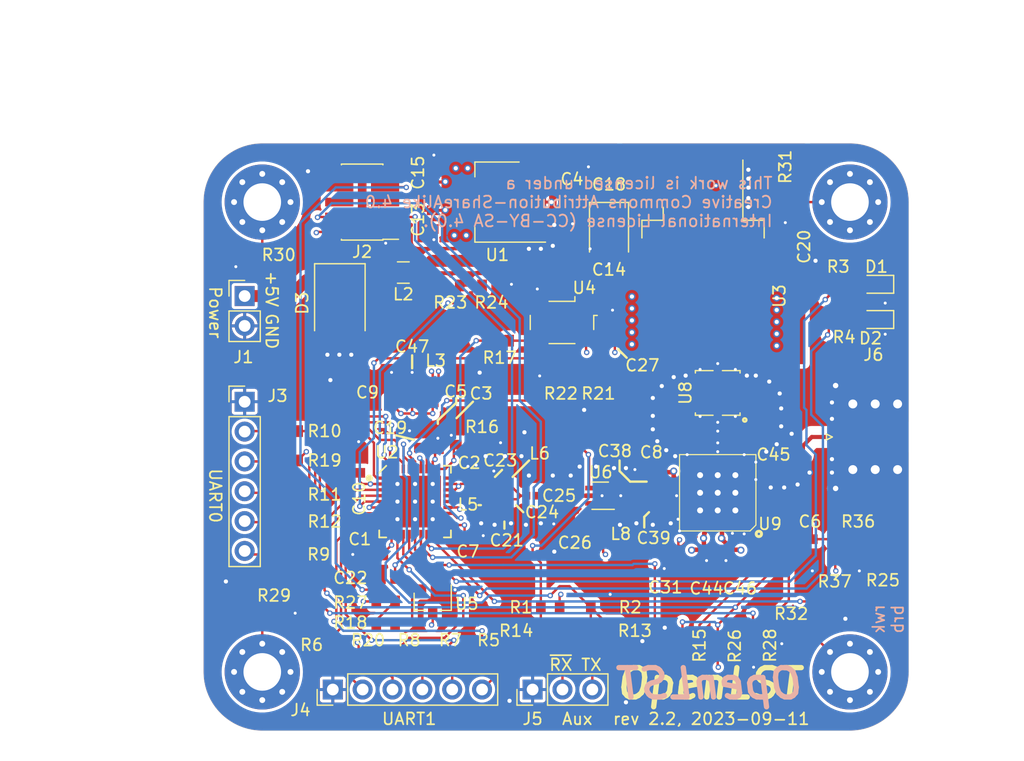
<source format=kicad_pcb>
(kicad_pcb (version 20221018) (generator pcbnew)
  (title_block (title "OpenLST") (date "2018-07-08") (rev "1"))
  (layers (0 "F.Cu" signal) (1 "In1.Cu" power) (2 "In2.Cu" power) (31 "B.Cu" signal) (34 "B.Paste" user) (35 "F.Paste" user) (36 "B.SilkS" user "B.Silkscreen") (37 "F.SilkS" user "F.Silkscreen") (38 "B.Mask" user) (39 "F.Mask" user) (44 "Edge.Cuts" user))
  (net 0 "")
  (net 1 "/3V3_FILT")
  (net 2 "GND")
  (net 3 "+5V")
  (net 4 "+3V3")
  (net 5 "Net-(C19-Pad1)")
  (net 6 "VCC_3V6")
  (net 7 "Net-(C21-Pad2)")
  (net 8 "Net-(C22-Pad1)")
  (net 9 "Net-(C23-Pad2)")
  (net 10 "Net-(C24-Pad1)")
  (net 11 "Net-(C24-Pad2)")
  (net 12 "Net-(C25-Pad2)")
  (net 13 "Net-(C26-Pad1)")
  (net 14 "Net-(C38-Pad1)")
  (net 15 "Net-(C38-Pad2)")
  (net 16 "Net-(C39-Pad1)")
  (net 17 "Net-(C39-Pad2)")
  (net 18 "/PA_VAPC")
  (net 19 "Net-(C45-Pad1)")
  (net 20 "Net-(C45-Pad2)")
  (net 21 "Net-(D1-Pad2)")
  (net 22 "Net-(D2-Pad2)")
  (net 23 "Net-(D3-Pad1)")
  (net 24 "/PROG_DC")
  (net 25 "/PROG_DD")
  (net 26 "/~{LST_RESET}")
  (net 27 "/UART0_RTS")
  (net 28 "Net-(J3-Pad3)")
  (net 29 "/UART0_RX")
  (net 30 "/UART0_TX")
  (net 31 "/UART0_CTS")
  (net 32 "/UART1_RTS")
  (net 33 "Net-(J4-Pad3)")
  (net 34 "/UART1_RX")
  (net 35 "/UART1_TX")
  (net 36 "/UART1_CTS")
  (net 37 "/~{LST_RX_MODE}")
  (net 38 "Net-(R3-Pad2)")
  (net 39 "Net-(R4-Pad2)")
  (net 40 "Net-(R5-Pad1)")
  (net 41 "Net-(R6-Pad1)")
  (net 42 "Net-(R7-Pad1)")
  (net 43 "Net-(R8-Pad1)")
  (net 44 "Net-(R9-Pad1)")
  (net 45 "Net-(R10-Pad1)")
  (net 46 "Net-(R11-Pad1)")
  (net 47 "Net-(R12-Pad1)")
  (net 48 "/RF_EN")
  (net 49 "Net-(R15-Pad2)")
  (net 50 "Net-(R16-Pad2)")
  (net 51 "Net-(R17-Pad1)")
  (net 52 "Net-(R17-Pad2)")
  (net 53 "/AN0")
  (net 54 "/AN1")
  (net 55 "/RF_BYP")
  (net 56 "Net-(U8-Pad2)")
  (net 57 "Net-(J5-Pad2)")
  (net 58 "Net-(J5-Pad3)")
  (net 59 "Net-(R25-Pad2)")
  (net 60 "Net-(U8-Pad6)")
  (net 61 "Net-(MK1-Pad1)")
  (net 62 "Net-(MK2-Pad1)")
  (net 63 "Net-(MK3-Pad1)")
  (net 64 "Net-(MK4-Pad1)")
  (net 65 "Net-(J2-Pad5)")
  (net 66 "Net-(J2-Pad6)")
  (net 67 "Net-(J2-Pad8)")
  (net 68 "Net-(J2-Pad9)")
  (net 69 "Net-(J2-Pad10)")
  (net 70 "Net-(U2-Pad18)")
  (net 71 "Net-(U2-Pad20)")
  (net 72 "Net-(U9-Pad16)")
  (net 73 "Net-(U9-Pad14)")
  (net 74 "Net-(U9-Pad25)")
  (net 75 "/LST_TX_MODE")
  (footprint "openlst:TI_CC_QFN36" (layer "F.Cu") (at 131.5 69)
    (fp_text reference "U2")
    (fp_text value "CC1110")
  )
  (footprint "openlst:SAW-8_3.8mm" (layer "F.Cu") (at 157.25 59.75 90)
    (fp_text reference "U8")
    (fp_text value "STA1120A")
  )
  (footprint "openlst:Qorvo_LGA_28_ThermalVias" (layer "F.Cu") (at 157.25 68.25 180)
    (fp_text reference "U9")
    (fp_text value "RFFM6403")
  )
  (footprint "archive:C_0603_1608Metric" (layer "F.Cu") (at 128 73.5 180)
    (fp_text reference "C1")
    (fp_text value "0.1u")
  )
  (footprint "archive:C_0402_1005Metric" (layer "F.Cu") (at 136.1 67.1 90)
    (fp_text reference "C2")
    (fp_text value "220p")
  )
  (footprint "archive:C_0603_1608Metric" (layer "F.Cu") (at 134.963 63.354 90)
    (fp_text reference "C3")
    (fp_text value "0.1u")
  )
  (footprint "archive:C_0603_1608Metric" (layer "F.Cu") (at 144.9 43.7 -90)
    (fp_text reference "C4")
    (fp_text value "10u")
  )
  (footprint "archive:C_0603_1608Metric" (layer "F.Cu") (at 133.439 63.735 90)
    (fp_text reference "C5")
    (fp_text value "0.1u")
  )
  (footprint "archive:C_0603_1608Metric" (layer "F.Cu") (at 165.25 73 -90)
    (fp_text reference "C6")
    (fp_text value "0.1u")
  )
  (footprint "archive:C_0402_1005Metric" (layer "F.Cu") (at 136.1 71.9)
    (fp_text reference "C7")
    (fp_text value "220p")
  )
  (footprint "archive:C_0603_1608Metric" (layer "F.Cu") (at 151.75 66.25 180)
    (fp_text reference "C8")
    (fp_text value "0.1u")
  )
  (footprint "archive:C_0603_1608Metric" (layer "F.Cu") (at 129.5 59.75 -90)
    (fp_text reference "C9")
    (fp_text value "1u")
  )
  (footprint "archive:C_0603_1608Metric" (layer "F.Cu") (at 126.75 65.75 90)
    (fp_text reference "C10")
    (fp_text value "0.1u")
  )
  (footprint "archive:C_0603_1608Metric" (layer "F.Cu") (at 133 45 -90)
    (fp_text reference "C13")
    (fp_text value "10u")
  )
  (footprint "archive:CP_EIA-3528-15_AVX-H" (layer "F.Cu") (at 148 46 -90)
    (fp_text reference "C14")
    (fp_text value "100u")
  )
  (footprint "archive:C_0603_1608Metric" (layer "F.Cu") (at 133 41 90)
    (fp_text reference "C15")
    (fp_text value "0.1u")
  )
  (footprint "archive:C_0603_1608Metric" (layer "F.Cu") (at 148 40.5 180)
    (fp_text reference "C18")
    (fp_text value "10u")
  )
  (footprint "archive:C_0603_1608Metric" (layer "F.Cu") (at 131.915 63.608 90)
    (fp_text reference "C19")
    (fp_text value "1n")
  )
  (footprint "archive:C_0603_1608Metric" (layer "F.Cu") (at 163 47 90)
    (fp_text reference "C20")
    (fp_text value "10u")
  )
  (footprint "archive:C_0402_1005Metric" (layer "F.Cu") (at 139.2 70 180)
    (fp_text reference "C21")
    (fp_text value "220p")
  )
  (footprint "archive:C_0603_1608Metric" (layer "F.Cu") (at 129 75.5 180)
    (fp_text reference "C22")
    (fp_text value "1n")
  )
  (footprint "archive:C_0402_1005Metric" (layer "F.Cu") (at 137.6 67.2 -90)
    (fp_text reference "C23")
    (fp_text value "3.9p")
  )
  (footprint "archive:C_0402_1005Metric" (layer "F.Cu") (at 139.2 68.8)
    (fp_text reference "C24")
    (fp_text value "3.9p")
  )
  (footprint "archive:C_0402_1005Metric" (layer "F.Cu") (at 141.4 68.5)
    (fp_text reference "C25")
    (fp_text value "220p")
  )
  (footprint "archive:C_0603_1608Metric" (layer "F.Cu") (at 145.1 70.9 180)
    (fp_text reference "C26")
    (fp_text value "0.1u")
  )
  (footprint "archive:C_0603_1608Metric" (layer "F.Cu") (at 148.5 54.5 90)
    (fp_text reference "C27")
    (fp_text value "0.1u")
  )
  (footprint "archive:C_0603_1608Metric" (layer "F.Cu") (at 153.9 73.9 -90)
    (fp_text reference "C31")
    (fp_text value "0.1u")
  )
  (footprint "archive:C_0402_1005Metric" (layer "F.Cu") (at 152.25 67.75)
    (fp_text reference "C38")
    (fp_text value "220p")
  )
  (footprint "archive:C_0402_1005Metric" (layer "F.Cu") (at 152.25 69.25)
    (fp_text reference "C39")
    (fp_text value "220p")
  )
  (footprint "archive:C_0603_1608Metric" (layer "F.Cu") (at 156.3 73.9 -90)
    (fp_text reference "C44")
    (fp_text value "1u")
  )
  (footprint "archive:C_0402_1005Metric" (layer "F.Cu") (at 162 66.25 180)
    (fp_text reference "C45")
    (fp_text value "220p")
  )
  (footprint "archive:C_0603_1608Metric" (layer "F.Cu") (at 157.95 73.895 -90)
    (fp_text reference "C46")
    (fp_text value "1u")
  )
  (footprint "archive:C_0603_1608Metric" (layer "F.Cu") (at 131.25 59.75 -90)
    (fp_text reference "C47")
    (fp_text value "1u")
  )
  (footprint "archive:LED_0603_1608Metric" (layer "F.Cu") (at 170.75 50.5 180)
    (fp_text reference "D1")
    (fp_text value "LED")
  )
  (footprint "archive:LED_0603_1608Metric" (layer "F.Cu") (at 170.75 53.5 180)
    (fp_text reference "D2")
    (fp_text value "LED")
  )
  (footprint "archive:D_SMB" (layer "F.Cu") (at 125.1 52.3 -90)
    (fp_text reference "D3")
    (fp_text value "STPS340U")
  )
  (footprint "archive:PinHeader_1x02_P2.54mm_Vertical" (layer "F.Cu") (at 117 51.5)
    (fp_text reference "J1")
    (fp_text value "5VDC")
  )
  (footprint "archive:PinHeader_2x05_P1.27mm_Vertical_SMD" (layer "F.Cu") (at 127 43.5 180)
    (fp_text reference "J2")
    (fp_text value "CC Prog/Debug")
  )
  (footprint "archive:PinHeader_1x06_P2.54mm_Vertical" (layer "F.Cu") (at 117 60.5)
    (fp_text reference "J3")
    (fp_text value "UART0")
  )
  (footprint "archive:PinHeader_1x06_P2.54mm_Vertical" (layer "F.Cu") (at 124.5 85 90)
    (fp_text reference "J4")
    (fp_text value "UART1")
  )
  (footprint "archive:PinHeader_1x03_P2.54mm_Vertical" (layer "F.Cu") (at 141.5 85 90)
    (fp_text reference "J5")
    (fp_text value "Control Outputs")
  )
  (footprint "archive:SMA_Molex_73251-1153_EdgeMount_Horizontal" (layer "F.Cu") (at 169 63.5 180)
    (fp_text reference "J6")
    (fp_text value "ANT")
  )
  (footprint "archive:L_1206_3216Metric" (layer "F.Cu") (at 130.5 49.5 180)
    (fp_text reference "L2")
    (fp_text value "Z=500 @ 100M")
  )
  (footprint "archive:L_0603_1608Metric" (layer "F.Cu") (at 133 59.75 -90)
    (fp_text reference "L3")
    (fp_text value "Z=1k @ 100M")
  )
  (footprint "archive:L_0402_1005Metric" (layer "F.Cu") (at 137.6 69.2 90)
    (fp_text reference "L5")
    (fp_text value "27n")
  )
  (footprint "archive:L_0402_1005Metric" (layer "F.Cu") (at 139.2 67.6)
    (fp_text reference "L6")
    (fp_text value "27n")
  )
  (footprint "archive:L_0603_1608Metric" (layer "F.Cu") (at 147.5 71.7 90)
    (fp_text reference "L8")
    (fp_text value "Z=1k @ 100M")
  )
  (footprint "archive:MountingHole_3.2mm_M3_Pad_Via" (layer "F.Cu") (at 118.5 83.5)
    (fp_text reference "MK1" hide)
    (fp_text value "M3_Hole")
  )
  (footprint "archive:MountingHole_3.2mm_M3_Pad_Via" (layer "F.Cu") (at 118.5 43.5)
    (fp_text reference "MK2" hide)
    (fp_text value "M3_Hole")
  )
  (footprint "archive:MountingHole_3.2mm_M3_Pad_Via" (layer "F.Cu") (at 168.5 43.5)
    (fp_text reference "MK3" hide)
    (fp_text value "M3_Hole")
  )
  (footprint "archive:MountingHole_3.2mm_M3_Pad_Via" (layer "F.Cu") (at 168.5 83.5)
    (fp_text reference "MK4" hide)
    (fp_text value "M3_Hole")
  )
  (footprint "archive:R_0603_1608Metric" (layer "F.Cu") (at 143 78 180)
    (fp_text reference "R1")
    (fp_text value "1K")
  )
  (footprint "archive:R_0603_1608Metric" (layer "F.Cu") (at 147.25 78 180)
    (fp_text reference "R2")
    (fp_text value "1K")
  )
  (footprint "archive:R_0603_1608Metric" (layer "F.Cu") (at 167.5 50.5 180)
    (fp_text reference "R3")
    (fp_text value "1K")
  )
  (footprint "archive:R_0603_1608Metric" (layer "F.Cu") (at 167.5 53.5 180)
    (fp_text reference "R4")
    (fp_text value "1K")
  )
  (footprint "archive:R_0603_1608Metric" (layer "F.Cu") (at 138 82)
    (fp_text reference "R5")
    (fp_text value "100")
  )
  (footprint "archive:R_0603_1608Metric" (layer "F.Cu") (at 124.5 81.25 -90)
    (fp_text reference "R6")
    (fp_text value "100")
  )
  (footprint "archive:R_0603_1608Metric" (layer "F.Cu") (at 134.5 82)
    (fp_text reference "R7")
    (fp_text value "100")
  )
  (footprint "archive:R_0603_1608Metric" (layer "F.Cu") (at 131 82)
    (fp_text reference "R8")
    (fp_text value "100")
  )
  (footprint "archive:R_0603_1608Metric" (layer "F.Cu") (at 120.75 73.5 180)
    (fp_text reference "R9")
    (fp_text value "100")
  )
  (footprint "archive:R_0603_1608Metric" (layer "F.Cu") (at 120.75 63 180)
    (fp_text reference "R10")
    (fp_text value "100")
  )
  (footprint "archive:R_0603_1608Metric" (layer "F.Cu") (at 120.75 68.25 180)
    (fp_text reference "R11")
    (fp_text value "100")
  )
  (footprint "archive:R_0603_1608Metric" (layer "F.Cu") (at 120.75 70.75 180)
    (fp_text reference "R12")
    (fp_text value "100")
  )
  (footprint "archive:R_0603_1608Metric" (layer "F.Cu") (at 147.25 80)
    (fp_text reference "R13")
    (fp_text value "100")
  )
  (footprint "archive:R_0603_1608Metric" (layer "F.Cu") (at 143 80)
    (fp_text reference "R14")
    (fp_text value "100")
  )
  (footprint "archive:R_0603_1608Metric" (layer "F.Cu") (at 154.25 81.25 -90)
    (fp_text reference "R15")
    (fp_text value "DNI")
  )
  (footprint "archive:R_0603_1608Metric" (layer "F.Cu") (at 137.249 63.989 180)
    (fp_text reference "R16")
    (fp_text value "56K")
  )
  (footprint "archive:R_0603_1608Metric" (layer "F.Cu") (at 138.7 55.3 180)
    (fp_text reference "R17")
    (fp_text value "100")
  )
  (footprint "archive:R_0603_1608Metric" (layer "F.Cu") (at 129 79.5 180)
    (fp_text reference "R18")
    (fp_text value "1K")
  )
  (footprint "archive:R_0603_1608Metric" (layer "F.Cu") (at 120.75 65.5 180)
    (fp_text reference "R19")
    (fp_text value "DNI")
  )
  (footprint "archive:R_0603_1608Metric" (layer "F.Cu") (at 127.5 82)
    (fp_text reference "R20")
    (fp_text value "DNI")
  )
  (footprint "archive:R_0603_1608Metric" (layer "F.Cu") (at 147.1 58.3)
    (fp_text reference "R21")
    (fp_text value "33K")
  )
  (footprint "archive:R_0603_1608Metric" (layer "F.Cu") (at 143.9 58.3)
    (fp_text reference "R22")
    (fp_text value "10K")
  )
  (footprint "archive:R_0603_1608Metric" (layer "F.Cu") (at 134.5 50.6 180)
    (fp_text reference "R23")
    (fp_text value "33K")
  )
  (footprint "archive:R_0603_1608Metric" (layer "F.Cu") (at 138 50.6 180)
    (fp_text reference "R24")
    (fp_text value "10K")
  )
  (footprint "archive:R_0603_1608Metric" (layer "F.Cu") (at 171.25 73 -90)
    (fp_text reference "R25")
    (fp_text value "DNI")
  )
  (footprint "archive:R_0603_1608Metric" (layer "F.Cu") (at 157.25 81.25 90)
    (fp_text reference "R26")
    (fp_text value "1K")
  )
  (footprint "archive:R_0603_1608Metric" (layer "F.Cu") (at 129 77.5 180)
    (fp_text reference "R27")
    (fp_text value "33K")
  )
  (footprint "archive:R_0603_1608Metric" (layer "F.Cu") (at 160.25 81.25 -90)
    (fp_text reference "R28")
    (fp_text value "1K")
  )
  (footprint "archive:R_0603_1608Metric" (layer "F.Cu") (at 119.5 78.5 180)
    (fp_text reference "R29")
    (fp_text value "DNI")
  )
  (footprint "archive:R_0603_1608Metric" (layer "F.Cu") (at 117 48)
    (fp_text reference "R30")
    (fp_text value "DNI")
  )
  (footprint "archive:R_0603_1608Metric" (layer "F.Cu") (at 163 43.5 90)
    (fp_text reference "R31")
    (fp_text value "DNI")
  )
  (footprint "archive:R_0603_1608Metric" (layer "F.Cu") (at 163.5 80)
    (fp_text reference "R32")
    (fp_text value "DNI")
  )
  (footprint "archive:R_0603_1608Metric" (layer "F.Cu") (at 169.25 73 -90)
    (fp_text reference "R36")
    (fp_text value "5K6")
  )
  (footprint "archive:R_0603_1608Metric" (layer "F.Cu") (at 167.25 73 90)
    (fp_text reference "R37")
    (fp_text value "3K3")
  )
  (footprint "archive:SOT-223-3_TabPin2" (layer "F.Cu") (at 138.5 43.5 180)
    (fp_text reference "U1")
    (fp_text value "LM1117-3.3")
  )
  (footprint "archive:TO-263-3_TabPin2" (layer "F.Cu") (at 156 48 -90)
    (fp_text reference "U3")
    (fp_text value "LT1086-3.6")
  )
  (footprint "archive:Oscillator_SMD_Fordahl_DFAS15-4Pin_5.0x3.2mm" (layer "F.Cu") (at 144 53.75 180)
    (fp_text reference "U4")
    (fp_text value "FOX924 27MHz")
  )
  (footprint "archive:SOT-23" (layer "F.Cu") (at 133 77.5 -90)
    (fp_text reference "U5")
    (fp_text value "TLV803S")
  )
  (footprint "archive:SOT-363_SC-70-6" (layer "F.Cu") (at 147.25 68.5 180)
    (fp_text reference "U6")
    (fp_text value "PE4259")
  )
  (footprint "openlst:VIA-10mil" (layer "F.Cu") (at 157.25 64)
    (fp_text reference "REF**" hide)
    (fp_text value "VIA-10mil" hide)
  )
  (footprint "openlst:VIA-10mil" (layer "F.Cu") (at 157.25 63)
    (fp_text reference "REF**" hide)
    (fp_text value "VIA-10mil" hide)
  )
  (footprint "openlst:VIA-10mil" (layer "F.Cu") (at 136.7 65.9)
    (fp_text reference "REF**" hide)
    (fp_text value "VIA-10mil" hide)
  )
  (footprint "openlst:VIA-10mil" (layer "F.Cu") (at 133.5 57.9)
    (fp_text reference "REF**" hide)
    (fp_text value "VIA-10mil" hide)
  )
  (gr_line (start 140.1 69.3) (end 140.7 69.9) (stroke (width 0.2)) (layer "F.SilkS"))
  (gr_line (start 129.891 63.362) (end 131.407 63.735) (stroke (width 0.2)) (layer "F.SilkS"))
  (gr_line (start 151 70.3) (end 151.4 69.9) (stroke (width 0.2)) (layer "F.SilkS"))
  (gr_line (start 139.1 71.3) (end 139.1 70.7) (stroke (width 0.2)) (layer "F.SilkS"))
  (gr_line (start 136.425 60.495) (end 135.025 61.895) (stroke (width 0.2)) (layer "F.SilkS"))
  (gr_line (start 148.9 65.5) (end 148.9 66.4) (stroke (width 0.2)) (layer "F.SilkS"))
  (gr_line (start 133.439 62.084) (end 133.439 62.384) (stroke (width 0.2)) (layer "F.SilkS"))
  (gr_line (start 148.8 56.05) (end 148.8 56) (stroke (width 0.2)) (layer "F.SilkS"))
  (gr_line (start 151 71.2) (end 151 70.3) (stroke (width 0.2)) (layer "F.SilkS"))
  (gr_line (start 149.5 56.75) (end 148.8 56.05) (stroke (width 0.2)) (layer "F.SilkS"))
  (gr_line (start 141.2 65.5) (end 139.8 66.9) (stroke (width 0.2)) (layer "F.SilkS"))
  (gr_line (start 148.9 66.4) (end 149.8 67.3) (stroke (width 0.2)) (layer "F.SilkS"))
  (gr_line (start 135 60.6) (end 133.439 62.084) (stroke (width 0.2)) (layer "F.SilkS"))
  (gr_line (start 149.8 67.3) (end 151.2 67.3) (stroke (width 0.2)) (layer "F.SilkS"))
  (gr_line (start 138.9 66.3) (end 138.3 66.9) (stroke (width 0.2)) (layer "F.SilkS"))
  (gr_line (start 131.25 56.55) (end 131.25 57.65) (stroke (width 0.2)) (layer "F.SilkS"))
  (gr_line (start 136.9 69.3) (end 137.1 69.3) (stroke (width 0.2)) (layer "F.SilkS"))
  (gr_line (start 135 60.2) (end 135 60.6) (stroke (width 0.2)) (layer "F.SilkS"))
  (gr_line (start 168.5 88.5) (end 118.5 88.5) (stroke (width 0.0254)) (layer "Edge.Cuts"))
  (gr_arc (start 168.5 38.5) (mid 172.035534 39.964466) (end 173.5 43.5) (stroke (width 0.0254)) (layer "Edge.Cuts"))
  (gr_line (start 173.5 43.5) (end 173.5 83.5) (stroke (width 0.0254)) (layer "Edge.Cuts"))
  (gr_arc (start 118.5 88.5) (mid 114.964466 87.035534) (end 113.5 83.5) (stroke (width 0.0254)) (layer "Edge.Cuts"))
  (gr_line (start 113.5 83.5) (end 113.5 43.5) (stroke (width 0.0254)) (layer "Edge.Cuts"))
  (gr_line (start 118.5 38.5) (end 168.5 38.5) (stroke (width 0.0254)) (layer "Edge.Cuts"))
  (gr_arc (start 173.5 83.5) (mid 172.035534 87.035534) (end 168.5 88.5) (stroke (width 0.0254)) (layer "Edge.Cuts"))
  (gr_arc (start 113.5 43.5) (mid 114.964466 39.964466) (end 118.5 38.5) (stroke (width 0.0254)) (layer "Edge.Cuts"))
  (gr_text "rwk\nbrb" (at 171.75 79 90) (layer "B.SilkS") (effects (font (size 1 1)) (justify mirror)))
  (gr_text "This work is licensed under a\nCreative Commons Attribution-ShareAlike 4.0\nInternational License (CC-BY-SA 4.0)." (at 162 43.5) (layer "B.SilkS") (effects (font (size 1 1)) (justify left mirror)))
  (gr_text "OpenLST" (at 156.7 84.5) (layer "B.SilkS") (effects (font (size 2.5 2.5) (thickness 0.45) italic) (justify mirror)))
  (gr_text "~{RX}" (at 143.9 82.9) (layer "F.SilkS") (effects (font (size 1 1))))
  (gr_text "TX" (at 146.5 82.9) (layer "F.SilkS") (effects (font (size 1 1))))
  (gr_text "+5V" (at 119.3 50.9 270) (layer "F.SilkS") (effects (font (size 1 1))))
  (gr_text "GND" (at 119.3 54.5 270) (layer "F.SilkS") (effects (font (size 1 1))))
  (gr_text "UART0" (at 114.5 68.5 270) (layer "F.SilkS") (effects (font (size 1 1))))
  (gr_text "rev 2.2, 2023-09-11" (at 156.7 87.5) (layer "F.SilkS") (effects (font (size 1 1))))
  (gr_text "OpenLST" (at 156.5 84.5) (layer "F.SilkS") (effects (font (size 2.5 2.5) (thickness 0.45) italic)))
  (gr_text "Aux" (at 145.3 87.5) (layer "F.SilkS") (effects (font (size 1 1))))
  (gr_text "UART1" (at 131 87.5) (layer "F.SilkS") (effects (font (size 1 1))))
  (gr_text "Power" (at 114.5 52.9 270) (layer "F.SilkS") (effects (font (size 1 1))))
  (segment (start 135.7125 71.0125) (end 135.7 71) (width 0.2032) (layer "F.Cu") (net 1))
  (segment (start 134.9 68) (end 135.2 67.7) (width 0.2032) (layer "F.Cu") (net 1))
  (segment (start 135.4125 67.4875) (end 135.2 67.7) (width 0.2032) (layer "F.Cu") (net 1))
  (segment (start 135 67.5) (end 135.2 67.7) (width 0.2032) (layer "F.Cu") (net 1))
  (segment (start 133 65.6) (end 133.2 65.4) (width 0.2032) (layer "F.Cu") (net 1))
  (segment (start 134.08 66.22) (end 134.8 65.5) (width 0.2032) (layer "F.Cu") (net 1))
  (segment (start 126.75 67.25) (end 127 67.5) (width 0.2032) (layer "F.Cu") (net 1))
  (segment (start 127 67.5) (end 127.7 67.5) (width 0.2032) (layer "F.Cu") (net 1))
  (segment (start 129.5 72.7) (end 128.8 73.4) (width 0.2032) (layer "F.Cu") (net 1))
  (segment (start 135.15 69.5) (end 135.3 69.65) (width 0.2032) (layer "F.Cu") (net 1))
  (segment (start 131.25 61.45) (end 131.3 61.5) (width 0.2032) (layer "F.Cu") (net 1))
  (segment (start 130.3 61.5) (end 129.5 60.7) (width 0.2032) (layer "F.Cu") (net 1))
  (segment (start 131.3 61.5) (end 133 61.5) (width 0.2032) (layer "F.Cu") (net 1))
  (segment (start 135.7125 71.9) (end 135.7125 71.0125) (width 0.2032) (layer "F.Cu") (net 1))
  (segment (start 131.25 60.55) (end 131.25 61.45) (width 0.2032) (layer "F.Cu") (net 1))
  (segment (start 129.5 60.55) (end 129.5 60.7) (width 0.2032) (layer "F.Cu") (net 1))
  (segment (start 134.28 69.5) (end 135.15 69.5) (width 0.2032) (layer "F.Cu") (net 1))
  (segment (start 134.9 68) (end 134.28 68) (width 0.2032) (layer "F.Cu") (net 1))
  (segment (start 134.8 64.317) (end 134.8 65.5) (width 0.2032) (layer "F.Cu") (net 1))
  (segment (start 134.28 67.5) (end 135 67.5) (width 0.2032) (layer "F.Cu") (net 1))
  (segment (start 133.2 64.774) (end 133.439 64.535) (width 0.2032) (layer "F.Cu") (net 1))
  (segment (start 128.72 67.5) (end 127.7 67.5) (width 0.2032) (layer "F.Cu") (net 1))
  (segment (start 135.7 71) (end 134.28 71) (width 0.2032) (layer "F.Cu") (net 1))
  (segment (start 131.3 61.5) (end 130.3 61.5) (width 0.2032) (layer "F.Cu") (net 1))
  (segment (start 133 60.55) (end 133 61.5) (width 0.2032) (layer "F.Cu") (net 1))
  (segment (start 134.08 66.22) (end 133.5 66.22) (width 0.2032) (layer "F.Cu") (net 1))
  (segment (start 129.5 71.78) (end 129.5 72.7) (width 0.2032) (layer "F.Cu") (net 1))
  (segment (start 126.75 67.25) (end 126.75 66.55) (width 0.2032) (layer "F.Cu") (net 1))
  (segment (start 133.2 65.4) (end 133.2 64.774) (width 0.2032) (layer "F.Cu") (net 1))
  (segment (start 133 66.22) (end 133 65.6) (width 0.2032) (layer "F.Cu") (net 1))
  (segment (start 134.963 64.154) (end 134.8 64.317) (width 0.2032) (layer "F.Cu") (net 1))
  (segment (start 128.8 73.5) (end 128.8 73.4) (width 0.2032) (layer "F.Cu") (net 1))
  (segment (start 136.1 67.4875) (end 135.4125 67.4875) (width 0.2032) (layer "F.Cu") (net 1))
  (via (at 131.3 61.5) (size 0.4572) (drill 0.254) (layers "F.Cu" "B.Cu") (net 1))
  (via (at 135.7 71) (size 0.4572) (drill 0.254) (layers "F.Cu" "B.Cu") (net 1))
  (via (at 133.2 65.4) (size 0.4572) (drill 0.254) (layers "F.Cu" "B.Cu") (net 1))
  (via (at 134.8 65.5) (size 0.4572) (drill 0.254) (layers "F.Cu" "B.Cu") (net 1))
  (via (at 127.7 67.5) (size 0.4572) (drill 0.254) (layers "F.Cu" "B.Cu") (net 1))
  (via (at 135.3 69.65) (size 0.4572) (drill 0.254) (layers "F.Cu" "B.Cu") (net 1))
  (via (at 130.3 61.5) (size 0.4572) (drill 0.254) (layers "F.Cu" "B.Cu") (net 1))
  (via (at 135.2 67.7) (size 0.4572) (drill 0.254) (layers "F.Cu" "B.Cu") (net 1))
  (via (at 129.5 72.7) (size 0.4572) (drill 0.254) (layers "F.Cu" "B.Cu") (net 1))
  (via (at 133 61.5) (size 0.4572) (drill 0.254) (layers "F.Cu" "B.Cu") (net 1))
  (segment (start 157.613 65.113) (end 157.25 64.75) (width 0.381) (layer "F.Cu") (net 2))
  (segment (start 156.887 65.113) (end 157.25 64.75) (width 0.381) (layer "F.Cu") (net 2))
  (segment (start 159.875 71.375) (end 159.5 71.75) (width 0.381) (layer "F.Cu") (net 2))
  (segment (start 159.063 71.313) (end 159.5 71.75) (width 0.381) (layer "F.Cu") (net 2))
  (segment (start 154.6 70.9) (end 154 71.5) (width 0.381) (layer "F.Cu") (net 2))
  (segment (start 153.875 68.625) (end 153.75 68.5) (width 0.381) (layer "F.Cu") (net 2))
  (segment (start 126.75 63.95) (end 126.7 63.9) (width 0.2032) (layer "F.Cu") (net 2))
  (segment (start 139.5875 70.7875) (end 139.647 70.847) (width 0.508) (layer "F.Cu") (net 2))
  (segment (start 137.7875 66.8125) (end 138.2 66.4) (width 0.508) (layer "F.Cu") (net 2))
  (segment (start 158.338 71.538) (end 158.5 71.7) (width 0.381) (layer "F.Cu") (net 2))
  (segment (start 133 39.6) (end 133.1 39.5) (width 0.2032) (layer "F.Cu") (net 2))
  (segment (start 133 46.6) (end 133.1 46.7) (width 0.2032) (layer "F.Cu") (net 2))
  (segment (start 148.05 76.95) (end 148.1 76.9) (width 0.2032) (layer "F.Cu") (net 2))
  (segment (start 171.55 52.15) (end 171.5 52.1) (width 0.2032) (layer "F.Cu") (net 2))
  (segment (start 171.55 52.05) (end 171.5 52.1) (width 0.2032) (layer "F.Cu") (net 2))
  (segment (start 141.95 50.95) (end 141.9 50.9) (width 0.2032) (layer "F.Cu") (net 2))
  (segment (start 139.6 50.6) (end 139.7 50.5) (width 0.2032) (layer "F.Cu") (net 2))
  (segment (start 148.5 52.9) (end 148.3 52.7) (width 0.2032) (layer "F.Cu") (net 2))
  (segment (start 160.25 83.05) (end 160.3 83.1) (width 0.2032) (layer "F.Cu") (net 2))
  (segment (start 169.25 74.85) (end 169.3 74.9) (width 0.2032) (layer "F.Cu") (net 2))
  (segment (start 165.25 74.85) (end 165.3 74.9) (width 0.2032) (layer "F.Cu") (net 2))
  (segment (start 136.1 66.1) (end 136 66) (width 0.508) (layer "F.Cu") (net 2))
  (segment (start 128.95 46.95) (end 129 47) (width 0.2032) (layer "F.Cu") (net 2))
  (segment (start 171.55 54.7) (end 171.5 54.75) (width 0.2032) (layer "F.Cu") (net 2))
  (segment (start 116.2 48.95) (end 116.25 49) (width 0.2032) (layer "F.Cu") (net 2))
  (segment (start 147.2 40.5) (end 146.25 40.5) (width 0.2032) (layer "F.Cu") (net 2))
  (segment (start 141.186 46.264) (end 141.65 45.8) (width 0.762) (layer "F.Cu") (net 2))
  (segment (start 148.05 78) (end 148.05 76.95) (width 0.2032) (layer "F.Cu") (net 2))
  (segment (start 148 47.48) (end 148 48.75) (width 0.762) (layer "F.Cu") (net 2))
  (segment (start 170.72 59.12) (end 170.65 59.036) (width 0.2032) (layer "F.Cu") (net 2))
  (segment (start 139.662 70.862) (end 139.7 70.9) (width 0.508) (layer "F.Cu") (net 2))
  (segment (start 157.25 58.25) (end 157.25 57.25) (width 0.127) (layer "F.Cu") (net 2))
  (segment (start 143.218 46.844) (end 142.174 45.8) (width 0.762) (layer "F.Cu") (net 2))
  (segment (start 160.25 82.05) (end 160.25 83.05) (width 0.2032) (layer "F.Cu") (net 2))
  (segment (start 159.063 65.442) (end 159.063 65.625) (width 0.381) (layer "F.Cu") (net 2))
  (segment (start 168.791 67.88) (end 168.745 67.926) (width 0.2032) (layer "F.Cu") (net 2))
  (segment (start 141.186 47.479) (end 141.186 46.264) (width 0.762) (layer "F.Cu") (net 2))
  (segment (start 163 45.25) (end 163 44.3) (width 0.2032) (layer "F.Cu") (net 2))
  (segment (start 139.5875 70) (end 139.5875 70.7875) (width 0.508) (layer "F.Cu") (net 2))
  (segment (start 163 46.2) (end 163 45.25) (width 0.2032) (layer "F.Cu") (net 2))
  (segment (start 170.696 67.88) (end 170.65 67.926) (width 0.2032) (layer "F.Cu") (net 2))
  (segment (start 116.2 48) (end 116.2 48.95) (width 0.2032) (layer "F.Cu") (net 2))
  (segment (start 159.875 71.375) (end 159.875 70.9) (width 0.381) (layer "F.Cu") (net 2))
  (segment (start 158.338 70.875) (end 158.338 71.538) (width 0.381) (layer "F.Cu") (net 2))
  (segment (start 171.55 52.15) (end 171.55 53.5) (width 0.2032) (layer "F.Cu") (net 2))
  (segment (start 139.662 70.847) (end 139.662 70.862) (width 0.508) (layer "F.Cu") (net 2))
  (segment (start 126.75 64.95) (end 126.75 63.95) (width 0.2032) (layer "F.Cu") (net 2))
  (segment (start 128.95 46.04) (end 128.95 46.95) (width 0.2032) (layer "F.Cu") (net 2))
  (segment (start 134.582 62.935) (end 134.963 62.554) (width 0.2032) (layer "F.Cu") (net 2))
  (segment (start 148.2 68.5) (end 147.47 68.5) (width 0.381) (layer "F.Cu") (net 2))
  (segment (start 154.25 70.125) (end 154.625 70.125) (width 0.381) (layer "F.Cu") (net 2))
  (segment (start 154.625 70.9) (end 154.6 70.9) (width 0.381) (layer "F.Cu") (net 2))
  (segment (start 155.75 58.48) (end 155.75 57.75) (width 0.508) (layer "F.Cu") (net 2))
  (segment (start 131.788 62.808) (end 131.915 62.935) (width 0.2032) (layer "F.Cu") (net 2))
  (segment (start 137.6 66.8125) (end 137.7875 66.8125) (width 0.508) (layer "F.Cu") (net 2))
  (segment (start 148.5 53.7) (end 148.5 52.9) (width 0.2032) (layer "F.Cu") (net 2))
  (segment (start 142.202 46.352) (end 141.65 45.8) (width 0.762) (layer "F.Cu") (net 2))
  (segment (start 142.174 45.8) (end 141.65 45.8) (width 0.762) (layer "F.Cu") (net 2))
  (segment (start 150.203 66.275) (end 150.925 66.275) (width 0.508) (layer "F.Cu") (net 2))
  (segment (start 157.613 65.113) (end 157.613 65.625) (width 0.381) (layer "F.Cu") (net 2))
  (segment (start 170.72 67.88) (end 170.696 67.88) (width 0.2032) (layer "F.Cu") (net 2))
  (segment (start 154.648 65.005) (end 154.648 65.577) (width 0.381) (layer "F.Cu") (net 2))
  (segment (start 165.25 73.8) (end 165.25 74.85) (width 0.2032) (layer "F.Cu") (net 2))
  (segment (start 159.5 65.005) (end 159.063 65.442) (width 0.381) (layer "F.Cu") (net 2))
  (segment (start 170.65 67.926) (end 170.604 67.88) (width 0.2032) (layer "F.Cu") (net 2))
  (segment (start 143.218 47.225) (end 143.218 46.844) (width 0.762) (layer "F.Cu") (net 2))
  (segment (start 168.699 67.88) (end 167.28 67.88) (width 0.2032) (layer "F.Cu") (net 2))
  (segment (start 162.7 80) (end 162.7 81.1) (width 0.2032) (layer "F.Cu") (net 2))
  (segment (start 133.439 63.608) (end 133.439 62.935) (width 0.2032) (layer "F.Cu") (net 2))
  (segment (start 168.745 59.036) (end 167.28 59.12) (width 0.2032) (layer "F.Cu") (net 2))
  (segment (start 127.2 73.5) (end 126.2 73.5) (width 0.2032) (layer "F.Cu") (net 2))
  (segment (start 138.773 63.989) (end 138.049 63.989) (width 0.2032) (layer "F.Cu") (net 2))
  (segment (start 134.582 63.354) (end 134.582 62.935) (width 0.2032) (layer "F.Cu") (net 2))
  (segment (start 171.55 53.5) (end 171.55 54.7) (width 0.2032) (layer "F.Cu") (net 2))
  (segment (start 144.9 45.35) (end 144.9 44.5) (width 0.762) (layer "F.Cu") (net 2))
  (segment (start 144.3 70.9) (end 143.3 70.9) (width 0.508) (layer "F.Cu") (net 2))
  (segment (start 136.1 66.7125) (end 136.1 66.1) (width 0.508) (layer "F.Cu") (net 2))
  (segment (start 156.299 74.022) (end 156.299 74.699) (width 0.508) (layer "F.Cu") (net 2))
  (segment (start 160.45 65.6) (end 159.875 65.6) (width 0.381) (layer "F.Cu") (net 2))
  (segment (start 128.2 75.5) (end 127.1 75.5) (width 0.2032) (layer "F.Cu") (net 2))
  (segment (start 142.003 45.447) (end 141.65 45.8) (width 0.762) (layer "F.Cu") (net 2))
  (segment (start 154.625 68.625) (end 153.875 68.625) (width 0.381) (layer "F.Cu") (net 2))
  (segment (start 133 45.8) (end 133 46.6) (width 0.2032) (layer "F.Cu") (net 2))
  (segment (start 157.25 61) (end 157.25 62.25) (width 0.127) (layer "F.Cu") (net 2))
  (segment (start 150.925 66.275) (end 150.95 66.25) (width 0.508) (layer "F.Cu") (net 2))
  (segment (start 148.2 68.5) (end 149 68.5) (width 0.381) (layer "F.Cu") (net 2))
  (segment (start 158.75 58.48) (end 158.75 57.75) (width 0.508) (layer "F.Cu") (net 2))
  (segment (start 160.49 67.125) (end 159.875 67.125) (width 0.381) (layer "F.Cu") (net 2))
  (segment (start 139.647 70.847) (end 139.662 70.847) (width 0.508) (layer "F.Cu") (net 2))
  (segment (start 141.95 52.35) (end 141.95 50.95) (width 0.2032) (layer "F.Cu") (net 2))
  (segment (start 133.95 76.5) (end 134.9 76.5) (width 0.2032) (layer "F.Cu") (net 2))
  (segment (start 131.25 58.95) (end 131.25 58) (width 0.2032) (layer "F.Cu") (net 2))
  (segment (start 154.648 65.577) (end 154.625 65.6) (width 0.381) (layer "F.Cu") (net 2))
  (segment (start 146.393 47.48) (end 148 47.48) (width 0.762) (layer "F.Cu") (net 2))
  (segment (start 131.191 62.808) (end 131.788 62.808) (width 0.2032) (layer "F.Cu") (net 2))
  (segment (start 138.8 50.6) (end 139.6 50.6) (width 0.2032) (layer "F.Cu") (net 2))
  (segment (start 157.95 74.022) (end 157.95 74.695) (width 0.508) (layer "F.Cu") (net 2))
  (segment (start 143.1 58.3) (end 142.1 58.3) (width 0.2032) (layer "F.Cu") (net 2))
  (segment (start 136.4875 71.9) (end 137.3 71.9) (width 0.508) (layer "F.Cu") (net 2))
  (segment (start 133 40.2) (end 133 39.6) (width 0.2032) (layer "F.Cu") (net 2))
  (segment (start 155.75 61.02) (end 155.75 61.75) (width 0.508) (layer "F.Cu") (net 2))
  (segment (start 171.55 50.5) (end 171.55 52.05) (width 0.2032) (layer "F.Cu") (net 2))
  (segment (start 142.202 47.479) (end 142.202 46.352) (width 0.762) (layer "F.Cu") (net 2))
  (segment (start 156.887 65.625) (end 156.887 65.113) (width 0.381) (layer "F.Cu") (net 2))
  (segment (start 131.026 62.973) (end 131.191 62.808) (width 0.2032) (layer "F.Cu") (net 2))
  (segment (start 158.75 61.02) (end 158.75 61.75) (width 0.508) (layer "F.Cu") (net 2))
  (segment (start 129.5 58.95) (end 129.5 58) (width 0.2032) (layer "F.Cu") (net 2))
  (segment (start 153.9 74.7) (end 152.7 74.7) (width 0.508) (layer "F.Cu") (net 2))
  (segment (start 156.299 74.699) (end 156.3 74.7) (width 0.508) (layer "F.Cu") (net 2))
  (segment (start 170.65 59.036) (end 168.745 59.036) (width 0.2032) (layer "F.Cu") (net 2))
  (segment (start 120.3 78.5) (end 121.3 78.5) (width 0.2032) (layer "F.Cu") (net 2))
  (segment (start 159.063 70.875) (end 159.063 71.313) (width 0.381) (layer "F.Cu") (net 2))
  (segment (start 143.345 45.447) (end 142.003 45.447) (width 0.762) (layer "F.Cu") (net 2))
  (segment (start 168.745 67.926) (end 168.699 67.88) (width 0.2032) (layer "F.Cu") (net 2))
  (segment (start 169.25 73.8) (end 169.25 74.85) (width 0.2032) (layer "F.Cu") (net 2))
  (segment (start 153.875 70.5) (end 154.25 70.125) (width 0.381) (layer "F.Cu") (net 2))
  (segment (start 170.604 67.88) (end 168.791 67.88) (width 0.2032) (layer "F.Cu") (net 2))
  (segment (start 160.49 65.64) (end 160.45 65.6) (width 0.381) (layer "F.Cu") (net 2))
  (via (at 145.504 66.021) (size 0.6096) (drill 0.3556) (layers "F.Cu" "B.Cu") (net 2))
  (via (at 133.1 46.7) (size 0.4572) (drill 0.254) (layers "F.Cu" "B.Cu") (net 2))
  (via (at 148 48.75) (size 0.4572) (drill 0.254) (layers "F.Cu" "B.Cu") (net 2))
  (via (at 149 68.5) (size 0.4572) (drill 0.254) (layers "F.Cu" "B.Cu") (net 2))
  (via (at 149.441 66.148) (size 0.6096) (drill 0.3556) (layers "F.Cu" "B.Cu") (net 2))
  (via (at 145.885 61.195) (size 0.6096) (drill 0.3556) (layers "F.Cu" "B.Cu") (net 2))
  (via (at 152.489 59.163) (size 0.6096) (drill 0.3556) (layers "F.Cu" "B.Cu") (net 2))
  (via (at 136 66) (size 0.4572) (drill 0.254) (layers "F.Cu" "B.Cu") (net 2))
  (via (at 133.1 39.5) (size 0.4572) (drill 0.254) (layers "F.Cu" "B.Cu") (net 2))
  (via (at 139.7 50.5) (size 0.4572) (drill 0.254) (layers "F.Cu" "B.Cu") (net 2))
  (via (at 160.49 67.125) (size 0.4572) (drill 0.254) (layers "F.Cu" "B.Cu") (net 2))
  (via (at 163 45.25) (size 0.4572) (drill 0.254) (layers "F.Cu" "B.Cu") (net 2))
  (via (at 126.7 63.9) (size 0.4572) (drill 0.254) (layers "F.Cu" "B.Cu") (net 2))
  (via (at 115.405 75.8) (size 0.6096) (drill 0.3556) (layers "F.Cu" "B.Cu") (net 2))
  (via (at 137.3 71.9) (size 0.4572) (drill 0.254) (layers "F.Cu" "B.Cu") (net 2))
  (via (at 143.218 66.783) (size 0.6096) (drill 0.3556) (layers "F.Cu" "B.Cu") (net 2))
  (via (at 163.538 63.227) (size 0.6096) (drill 0.3556) (layers "F.Cu" "B.Cu") (net 2))
  (via (at 157.95 74.022) (size 0.4572) (drill 0.254) (layers "F.Cu" "B.Cu") (net 2))
  (via (at 122.39 40.875) (size 0.6096) (drill 0.3556) (layers "F.Cu" "B.Cu") (net 2))
  (via (at 138.773 63.989) (size 0.4572) (drill 0.254) (layers "F.Cu" "B.Cu") (net 2))
  (via (at 171.5 52.1) (size 0.4572) (drill 0.254) (layers "F.Cu" "B.Cu") (net 2))
  (via (at 159.5 65.005) (size 0.4572) (drill 0.254) (layers "F.Cu" "B.Cu") (net 2))
  (via (at 153.75 68.5) (size 0.4572) (drill 0.254) (layers "F.Cu" "B.Cu") (net 2))
  (via (at 126.2 73.5) (size 0.4572) (drill 0.254) (layers "F.Cu" "B.Cu") (net 2))
  (via (at 165.3 74.9) (size 0.4572) (drill 0.254) (layers "F.Cu" "B.Cu") (net 2))
  (via (at 166.967 61.957) (size 0.6096) (drill 0.3556) (layers "F.Cu" "B.Cu") (net 2))
  (via (at 153.632 65.132) (size 0.6096) (drill 0.3556) (layers "F.Cu" "B.Cu") (net 2))
  (via (at 124.041 56.496) (size 0.6096) (drill 0.3556) (layers "F.Cu" "B.Cu") (net 2))
  (via (at 116.25 49) (size 0.4572) (drill 0.254) (layers "F.Cu" "B.Cu") (net 2))
  (via (at 148.425 66.148) (size 0.6096) (drill 0.3556) (layers "F.Cu" "B.Cu") (net 2))
  (via (at 141.186 66.783) (size 0.6096) (drill 0.3556) (layers "F.Cu" "B.Cu") (net 2))
  (via (at 131.026 62.973) (size 0.4572) (drill 0.254) (layers "F.Cu" "B.Cu") (net 2))
  (via (at 158.5 71.7) (size 0.4572) (drill 0.254) (layers "F.Cu" "B.Cu") (net 2))
  (via (at 153.251 70.847) (size 0.6096) (drill 0.3556) (layers "F.Cu" "B.Cu") (net 2))
  (via (at 162.522 59.798) (size 0.6096) (drill 0.3556) (layers "F.Cu" "B.Cu") (net 2))
  (via (at 121.3 78.5) (size 0.4572) (drill 0.254) (layers "F.Cu" "B.Cu") (net 2))
  (via (at 136.995 58.02) (size 0.6096) (drill 0.3556) (layers "F.Cu" "B.Cu") (net 2))
  (via (at 146.901 66.021) (size 0.6096) (drill 0.3556) (layers "F.Cu" "B.Cu") (net 2))
  (via (at 166.967 65.386) (size 0.6096) (drill 0.3556) (layers "F.Cu" "B.Cu") (net 2))
  (via (at 143.345 73.26) (size 0.6096) (drill 0.3556) (layers "F.Cu" "B.Cu") (net 2))
  (via (at 140.805 63.1) (size 0.6096) (drill 0.3556) (layers "F.Cu" "B.Cu") (net 2))
  (via (at 154.521 58.274) (size 0.6096) (drill 0.3556) (layers "F.Cu" "B.Cu") (net 2))
  (via (at 159.728 58.274) (size 0.6096) (drill 0.3556) (layers "F.Cu" "B.Cu") (net 2))
  (via (at 159.855 42.272) (size 0.6096) (drill 0.3556) (layers "F.Cu" "B.Cu") (net 2))
  (via (at 162.268 64.116) (size 0.6096) (drill 0.3556) (layers "F.Cu" "B.Cu") (net 2))
  (via (at 142.202 70.847) (size 0.6096) (drill 0.3556) (layers "F.Cu" "B.Cu") (net 2))
  (via (at 155.75 61.75) (size 0.4572) (drill 0.254) (layers "F.Cu" "B.Cu") (net 2))
  (via (at 158.75 61.75) (size 0.4572) (drill 0.254) (layers "F.Cu" "B.Cu") (net 2))
  (via (at 138.2 66.4) (size 0.4572) (drill 0.254) (layers "F.Cu" "B.Cu") (net 2))
  (via (at 124.295 58.655) (size 0.6096) (drill 0.3556) (layers "F.Cu" "B.Cu") (net 2))
  (via (at 134.582 63.354) (size 0.4572) (drill 0.254) (layers "F.Cu" "B.Cu") (net 2))
  (via (at 144.742 66.783) (size 0.6096) (drill 0.3556) (layers "F.Cu" "B.Cu") (net 2))
  (via (at 170.65 66.275) (size 1.016) (drill 0.762) (layers "F.Cu" "B.Cu") (net 2))
  (via (at 159.855 41.51) (size 0.6096) (drill 0.3556) (layers "F.Cu" "B.Cu") (net 2))
  (via (at 150.838 80.88) (size 0.6096) (drill 0.3556) (layers "F.Cu" "B.Cu") (net 2))
  (via (at 165.57 48.495) (size 0.6096) (drill 0.3556) (layers "F.Cu" "B.Cu") (net 2))
  (via (at 157.25 64.75) (size 0.4572) (drill 0.254) (layers "F.Cu" "B.Cu") (net 2))
  (via (at 164.046 67.545) (size 0.6096) (drill 0.3556) (layers "F.Cu" "B.Cu") (net 2))
  (via (at 152.108 63.862) (size 0.6096) (drill 0.3556) (layers "F.Cu" "B.Cu") (net 2))
  (via (at 152.7 74.7) (size 0.4572) (drill 0.254) (layers "F.Cu" "B.Cu") (net 2))
  (via (at 152.743 79.737) (size 0.6096) (drill 0.3556) (layers "F.Cu" "B.Cu") (net 2))
  (via (at 159.855 43.923) (size 0.6096) (drill 0.3556) (layers "F.Cu" "B.Cu") (net 2))
  (via (at 161.379 64.751) (size 0.6096) (drill 0.3556) (layers "F.Cu" "B.Cu") (net 2))
  (via (at 165.062 66.529) (size 0.6096) (drill 0.3556) (layers "F.Cu" "B.Cu") (net 2))
  (via (at 153.505 58.401) (size 0.6096) (drill 0.3556) (layers "F.Cu" "B.Cu") (net 2))
  (via (at 156.299 74.022) (size 0.4572) (drill 0.254) (layers "F.Cu" "B.Cu") (net 2))
  (via (at 134.9 76.5) (size 0.4572) (drill 0.254) (layers "F.Cu" "B.Cu") (net 2))
  (via (at 141.186 47.479) (size 0.6096) (drill 0.3556) (layers "F.Cu" "B.Cu") (net 2))
  (via (at 127.1 75.5) (size 0.4572) (drill 0.254) (layers "F.Cu" "B.Cu") (net 2))
  (via (at 143.345 45.447) (size 0.6096) (drill 0.3556) (layers "F.Cu" "B.Cu") (net 2))
  (via (at 139.154 65.132) (size 0.6096) (drill 0.3556) (layers "F.Cu" "B.Cu") (net 2))
  (via (at 129.5 58) (size 0.4572) (drill 0.254) (layers "F.Cu" "B.Cu") (net 2))
  (via (at 160.3 83.1) (size 0.4572) (drill 0.254) (layers "F.Cu" "B.Cu") (net 2))
  (via (at 149.441 86.087) (size 0.6096) (drill 0.3556) (layers "F.Cu" "B.Cu") (net 2))
  (via (at 126.073 56.496) (size 0.6096) (drill 0.3556) (layers "F.Cu" "B.Cu") (net 2))
  (via (at 166.967 60.56) (size 0.6096) (drill 0.3556) (layers "F.Cu" "B.Cu") (net 2))
  (via (at 159.855 40.748) (size 0.6096) (drill 0.3556) (layers "F.Cu" "B.Cu") (net 2))
  (via (at 151.727 61.703) (size 0.6096) (drill 0.3556) (layers "F.Cu" "B.Cu") (net 2))
  (via (at 142.202 47.479) (size 0.6096) (drill 0.3556) (layers "F.Cu" "B.Cu") (net 2))
  (via (at 148.933 70.974) (size 0.6096) (drill 0.3556) (layers "F.Cu" "B.Cu") (net 2))
  (via (at 139.662 70.847) (size 0.6096) (drill 0.3556) (layers "F.Cu" "B.Cu") (net 2))
  (via (at 138.265 70.974) (size 0.6096) (drill 0.3556) (layers "F.Cu" "B.Cu") (net 2))
  (via (at 152.87 64.624) (size 0.6096) (drill 0.3556) (layers "F.Cu" "B.Cu") (net 2))
  (via (at 140.551 65.132) (size 0.6096) (drill 0.3556) (layers "F.Cu" "B.Cu") (net 2))
  (via (at 172.555 66.275) (size 1.016) (drill 0.762) (layers "F.Cu" "B.Cu") (net 2))
  (via (at 157.25 57.25) (size 0.4572) (drill 0.254) (layers "F.Cu" "B.Cu") (net 2))
  (via (at 162.7 81.1) (size 0.4572) (drill 0.254) (layers "F.Cu" "B.Cu") (net 2))
  (via (at 150.33 70.847) (size 0.6096) (drill 0.3556) (layers "F.Cu" "B.Cu") (net 2))
  (via (at 129 47) (size 0.4572) (drill 0.254) (layers "F.Cu" "B.Cu") (net 2))
  (via (at 168.745 60.687) (size 1.016) (drill 0.762) (layers "F.Cu" "B.Cu") (net 2))
  (via (at 172.555 60.687) (size 1.016) (drill 0.762) (layers "F.Cu" "B.Cu") (net 2))
  (via (at 171.5 54.75) (size 0.4572) (drill 0.254) (layers "F.Cu" "B.Cu") (net 2))
  (via (at 159.855 43.161) (size 0.6096) (drill 0.3556) (layers "F.Cu" "B.Cu") (net 2))
  (via (at 162.649 62.592) (size 0.6096) (drill 0.3556) (layers "F.Cu" "B.Cu") (net 2))
  (via (at 153.875 70.5) (size 0.4572) (drill 0.254) (layers "F.Cu" "B.Cu") (net 2))
  (via (at 148.1 76.9) (size 0.4572) (drill 0.254) (layers "F.Cu" "B.Cu") (net 2))
  (via (at 162.649 61.068) (size 0.6096) (drill 0.3556) (layers "F.Cu" "B.Cu") (net 2))
  (via (at 158.75 57.75) (size 0.4572) (drill 0.254) (layers "F.Cu" "B.Cu") (net 2))
  (via (at 162.903 67.799) (size 0.6096) (drill 0.3556) (layers "F.Cu" "B.Cu") (net 2))
  (via (at 148.3 52.7) (size 0.4572) (drill 0.254) (layers "F.Cu" "B.Cu") (net 2))
  (via (at 155.75 57.75) (size 0.4572) (drill 0.254) (layers "F.Cu" "B.Cu") (net 2))
  (via (at 161.76 67.799) (size 0.6096) (drill 0.3556) (layers "F.Cu" "B.Cu") (net 2))
  (via (at 166.967 66.529) (size 0.6096) (drill 0.3556) (layers "F.Cu" "B.Cu") (net 2))
  (via (at 168.11 78.975) (size 0.6096) (drill 0.3556) (layers "F.Cu" "B.Cu") (net 2))
  (via (at 154.648 65.005) (size 0.4572) (drill 0.254) (layers "F.Cu" "B.Cu") (net 2))
  (via (at 160.49 58.274) (size 0.6096) (drill 0.3556) (layers "F.Cu" "B.Cu") (net 2))
  (via (at 142.1 58.3) (size 0.4572) (drill 0.254) (layers "F.Cu" "B.Cu") (net 2))
  (via (at 141.9 50.9) (size 0.4572) (drill 0.254) (layers "F.Cu" "B.Cu") (net 2))
  (via (at 133.439 63.608) (size 0.4572) (drill 0.254) (layers "F.Cu" "B.Cu") (net 2))
  (via (at 168.745 66.275) (size 1.016) (drill 0.762) (layers "F.Cu" "B.Cu") (net 2))
  (via (at 144.9 45.35) (size 0.4572) (drill 0.254) (layers "F.Cu" "B.Cu") (net 2))
  (via (at 154 71.5) (size 0.4572) (drill 0.254) (layers "F.Cu" "B.Cu") (net 2))
  (via (at 159.5 71.75) (size 0.4572) (drill 0.254) (layers "F.Cu" "B.Cu") (net 2))
  (via (at 170.65 60.687) (size 1.016) (drill 0.762) (layers "F.Cu" "B.Cu") (net 2))
  (via (at 151.727 70.974) (size 0.6096) (drill 0.3556) (layers "F.Cu" "B.Cu") (net 2))
  (via (at 137.503 65.132) (size 0.6096) (drill 0.3556) (layers "F.Cu" "B.Cu") (net 2))
  (via (at 143.3 70.9) (size 0.4572) (drill 0.254) (layers "F.Cu" "B.Cu") (net 2))
  (via (at 147.409 68.5) (size 0.4572) (drill 0.254) (layers "F.Cu" "B.Cu") (net 2))
  (via (at 146.25 40.5) (size 0.4572) (drill 0.254) (layers "F.Cu" "B.Cu") (net 2))
  (via (at 151.727 62.846) (size 0.6096) (drill 0.3556) (layers "F.Cu" "B.Cu") (net 2))
  (via (at 146.393 47.48) (size 0.4572) (drill 0.254) (layers "F.Cu" "B.Cu") (net 2))
  (via (at 143.218 47.225) (size 0.6096) (drill 0.3556) (layers "F.Cu" "B.Cu") (net 2))
  (via (at 160.49 65.64) (size 0.4572) (drill 0.254) (layers "F.Cu" "B.Cu") (net 2))
  (via (at 139.535 85.96) (size 0.6096) (drill 0.3556) (layers "F.Cu" "B.Cu") (net 2))
  (via (at 161.633 58.782) (size 0.6096) (drill 0.3556) (layers "F.Cu" "B.Cu") (net 2))
  (via (at 150.203 66.275) (size 0.4572) (drill 0.254) (layers "F.Cu" "B.Cu") (net 2))
  (via (at 169.3 74.9) (size 0.4572) (drill 0.254) (layers "F.Cu" "B.Cu") (net 2))
  (via (at 137.122 70.847) (size 0.6096) (drill 0.3556) (layers "F.Cu" "B.Cu") (net 2))
  (via (at 140.932 70.974) (size 0.6096) (drill 0.3556) (layers "F.Cu" "B.Cu") (net 2))
  (via (at 131.25 58) (size 0.4572) (drill 0.254) (layers "F.Cu" "B.Cu") (net 2))
  (via (at 151.727 60.179) (size 0.6096) (drill 0.3556) (layers "F.Cu" "B.Cu") (net 2))
  (via (at 125.057 56.496) (size 0.6096) (drill 0.3556) (layers "F.Cu" "B.Cu") (net 2))
  (via (at 157.25 62.25) (size 0.4572) (drill 0.254) (layers "F.Cu" "B.Cu") (net 2))
  (segment (start 126.7 63.9) (end 126.8 63.9) (width 0.2032) (layer "B.Cu") (net 2))
  (segment (start 132.93 48.5) (end 136.5 48.5) (width 1.016) (layer "F.Cu") (net 3))
  (segment (start 136.5 48.5) (end 138.5 46.5) (width 1.016) (layer "F.Cu") (net 3))
  (segment (start 138.5 46.5) (end 138.5 42.5) (width 1.016) (layer "F.Cu") (net 3))
  (segment (start 138.5 42.5) (end 139.8 41.2) (width 1.016) (layer "F.Cu") (net 3))
  (segment (start 139.8 41.2) (end 141.65 41.2) (width 1.016) (layer "F.Cu") (net 3))
  (segment (start 150.295 42.225) (end 153.46 42.225) (width 1.016) (layer "F.Cu") (net 3))
  (segment (start 150.295 41.995) (end 150.295 42.225) (width 1.016) (layer "F.Cu") (net 3))
  (segment (start 146.38 42.9) (end 148 44.52) (width 1.016) (layer "F.Cu") (net 3))
  (segment (start 133.03 50.6) (end 131.93 49.5) (width 1.016) (layer "F.Cu") (net 3))
  (segment (start 131.93 49.5) (end 132.93 48.5) (width 1.016) (layer "F.Cu") (net 3))
  (segment (start 148.8 40.5) (end 150.295 41.995) (width 1.016) (layer "F.Cu") (net 3))
  (segment (start 144.9 42.9) (end 146.38 42.9) (width 1.016) (layer "F.Cu") (net 3))
  (segment (start 148 44.52) (end 150.295 42.225) (width 1.016) (layer "F.Cu") (net 3))
  (segment (start 143.2 41.2) (end 144.9 42.9) (width 1.016) (layer "F.Cu") (net 3))
  (segment (start 141.65 41.2) (end 143.2 41.2) (width 1.016) (layer "F.Cu") (net 3))
  (segment (start 133.7 50.6) (end 133.03 50.6) (width 1.016) (layer "F.Cu") (net 3))
  (segment (start 126.7 81.1) (end 126.6 81) (width 0.2032) (layer "F.Cu") (net 4))
  (segment (start 121.55 65.45) (end 122.25 64.75) (width 0.2032) (layer "F.Cu") (net 4))
  (segment (start 154.7 72.3) (end 155.15 72.3) (width 0.2032) (layer "F.Cu") (net 4))
  (segment (start 155.15 72.3) (end 155.437 72.013) (width 0.2032) (layer "F.Cu") (net 4))
  (segment (start 155.437 72.013) (end 155.437 70.875) (width 0.2032) (layer "F.Cu") (net 4))
  (segment (start 148.35 55.15) (end 148.5 55.3) (width 0.2032) (layer "F.Cu") (net 4))
  (segment (start 147.5 73.3) (end 147.7 73.5) (width 0.2032) (layer "F.Cu") (net 4))
  (segment (start 143.8 77) (end 143.9 76.9) (width 0.2032) (layer "F.Cu") (net 4))
  (segment (start 133 58) (end 132.9 57.9) (width 0.2032) (layer "F.Cu") (net 4))
  (segment (start 133 79.4) (end 132.9 79.5) (width 0.2032) (layer "F.Cu") (net 4))
  (segment (start 123.16 46.04) (end 123.1 46.1) (width 0.2032) (layer "F.Cu") (net 4))
  (segment (start 146.05 56.25) (end 146.1 56.3) (width 0.2032) (layer "F.Cu") (net 4))
  (segment (start 157.25 83.05) (end 157.3 83.1) (width 0.2032) (layer "F.Cu") (net 4))
  (segment (start 153.9 72.35) (end 154 72.25) (width 0.2032) (layer "F.Cu") (net 4))
  (segment (start 153.3 72.5) (end 153.9 73.1) (width 0.2032) (layer "F.Cu") (net 4))
  (segment (start 133.5 58.45) (end 133 58.95) (width 0.2032) (layer "F.Cu") (net 4))
  (segment (start 146.05 55.15) (end 148.35 55.15) (width 0.2032) (layer "F.Cu") (net 4))
  (segment (start 133 78.5) (end 133 79.4) (width 0.2032) (layer "F.Cu") (net 4))
  (segment (start 133 58.95) (end 133 58) (width 0.2032) (layer "F.Cu") (net 4))
  (segment (start 134.751 43.5) (end 135.35 43.5) (width 0.2032) (layer "F.Cu") (net 4))
  (segment (start 134.074 41.764) (end 133.036 41.764) (width 0.2032) (layer "F.Cu") (net 4))
  (segment (start 153.9 73.1) (end 154.7 72.3) (width 0.2032) (layer "F.Cu") (net 4))
  (segment (start 134.074 44.177) (end 133.023 44.177) (width 0.2032) (layer "F.Cu") (net 4))
  (segment (start 148.5 55.3) (end 148.5 56.3) (width 0.2032) (layer "F.Cu") (net 4))
  (segment (start 146.05 55.15) (end 146.05 56.25) (width 0.2032) (layer "F.Cu") (net 4))
  (segment (start 143.8 78) (end 143.8 77) (width 0.2032) (layer "F.Cu") (net 4))
  (segment (start 133.036 41.764) (end 133 41.8) (width 0.2032) (layer "F.Cu") (net 4))
  (segment (start 153.9 73.1) (end 153.9 72.35) (width 0.2032) (layer "F.Cu") (net 4))
  (segment (start 128.2 77.5) (end 127.1 77.5) (width 0.2032) (layer "F.Cu") (net 4))
  (segment (start 141.65 43.5) (end 143.1 43.5) (width 0.2032) (layer "F.Cu") (net 4))
  (segment (start 133.023 44.177) (end 133 44.2) (width 0.2032) (layer "F.Cu") (net 4))
  (segment (start 147.5 72.5) (end 153.3 72.5) (width 0.2032) (layer "F.Cu") (net 4))
  (segment (start 126.7 82) (end 126.7 81.1) (width 0.2032) (layer "F.Cu") (net 4))
  (segment (start 134.074 41.764) (end 134.074 42.224) (width 0.2032) (layer "F.Cu") (net 4))
  (segment (start 134.074 44.177) (end 134.751 43.5) (width 0.2032) (layer "F.Cu") (net 4))
  (segment (start 125.05 46.04) (end 123.16 46.04) (width 0.2032) (layer "F.Cu") (net 4))
  (segment (start 121.55 65.5) (end 121.55 65.45) (width 0.2032) (layer "F.Cu") (net 4))
  (segment (start 133.5 57.9) (end 133.5 58.45) (width 0.2032) (layer "F.Cu") (net 4))
  (segment (start 134.074 42.224) (end 135.35 43.5) (width 0.2032) (layer "F.Cu") (net 4))
  (segment (start 147.5 72.5) (end 147.5 73.3) (width 0.2032) (layer "F.Cu") (net 4))
  (segment (start 157.25 82.05) (end 157.25 83.05) (width 0.2032) (layer "F.Cu") (net 4))
  (via (at 157.3 83.1) (size 0.4572) (drill 0.254) (layers "F.Cu" "B.Cu") (net 4))
  (via (at 154 72.25) (size 0.4572) (drill 0.254) (layers "F.Cu" "B.Cu") (net 4))
  (via (at 126.6 81) (size 0.4572) (drill 0.254) (layers "F.Cu" "B.Cu") (net 4))
  (via (at 135.979 40.621) (size 0.6096) (drill 0.3556) (layers "F.Cu" "B.Cu") (net 4))
  (via (at 134.074 41.764) (size 0.6096) (drill 0.3556) (layers "F.Cu" "B.Cu") (net 4))
  (via (at 134.963 40.621) (size 0.6096) (drill 0.3556) (layers "F.Cu" "B.Cu") (net 4))
  (via (at 146.1 56.3) (size 0.4572) (drill 0.254) (layers "F.Cu" "B.Cu") (net 4))
  (via (at 134.836 46.336) (size 0.6096) (drill 0.3556) (layers "F.Cu" "B.Cu") (net 4))
  (via (at 134.074 44.177) (size 0.6096) (drill 0.3556) (layers "F.Cu" "B.Cu") (net 4))
  (via (at 123.1 46.1) (size 0.4572) (drill 0.254) (layers "F.Cu" "B.Cu") (net 4))
  (via (at 132.9 79.5) (size 0.4572) (drill 0.254) (layers "F.Cu" "B.Cu") (net 4))
  (via (at 143.1 43.5) (size 0.6096) (drill 0.3556) (layers "F.Cu" "B.Cu") (net 4))
  (via (at 127.1 77.5) (size 0.4572) (drill 0.254) (layers "F.Cu" "B.Cu") (net 4))
  (via (at 135.852 46.336) (size 0.6096) (drill 0.3556) (layers "F.Cu" "B.Cu") (net 4))
  (via (at 122.25 64.75) (size 0.4572) (drill 0.254) (layers "F.Cu" "B.Cu") (net 4))
  (via (at 132.9 57.9) (size 0.4572) (drill 0.254) (layers "F.Cu" "B.Cu") (net 4))
  (via (at 147.7 73.5) (size 0.4572) (drill 0.254) (layers "F.Cu" "B.Cu") (net 4))
  (via (at 148.5 56.3) (size 0.4572) (drill 0.254) (layers "F.Cu" "B.Cu") (net 4))
  (via (at 143.9 76.9) (size 0.4572) (drill 0.254) (layers "F.Cu" "B.Cu") (net 4))
  (segment (start 131.915 64.408) (end 132.5 64.993) (width 0.2032) (layer "F.Cu") (net 5))
  (segment (start 132.5 64.993) (end 132.5 66.22) (width 0.2032) (layer "F.Cu") (net 5))
  (segment (start 157.613 72.013) (end 157.613 70.875) (width 0.381) (layer "F.Cu") (net 6))
  (segment (start 156.1 72.9) (end 156.045 72.117) (width 0.381) (layer "F.Cu") (net 6))
  (segment (start 156.162 71.638) (end 156.1 71.7) (width 0.381) (layer "F.Cu") (net 6))
  (segment (start 156.1 71.7) (end 156.1 72.1) (width 0.381) (layer "F.Cu") (net 6))
  (segment (start 167.25 74.85) (end 167.3 74.9) (width 0.2032) (layer "F.Cu") (net 6))
  (segment (start 153.725 67.125) (end 153.5 66.9) (width 0.381) (layer "F.Cu") (net 6))
  (segment (start 153.5 66.9) (end 153.505 66.402) (width 0.381) (layer "F.Cu") (net 6))
  (segment (start 152.8 66.5) (end 152.55 66.25) (width 0.381) (layer "F.Cu") (net 6))
  (segment (start 159.575 47.8) (end 156 51.375) (width 0.2032) (layer "F.Cu") (net 6))
  (segment (start 156.975 42.225) (end 157.1 42.1) (width 0.2032) (layer "F.Cu") (net 6))
  (segment (start 156 40.6) (end 156 42.225) (width 0.2032) (layer "F.Cu") (net 6))
  (segment (start 156 39.4) (end 156 42.225) (width 0.2032) (layer "F.Cu") (net 6))
  (segment (start 156 40.6) (end 156 42.225) (width 0.2032) (layer "F.Cu") (net 6))
  (segment (start 148.9 58.3) (end 149.9 57.3) (width 0.2032) (layer "F.Cu") (net 6))
  (segment (start 149.9 57.3) (end 149.9 55.656) (width 0.2032) (layer "F.Cu") (net 6))
  (segment (start 157.569 71.969) (end 157.613 72.013) (width 0.381) (layer "F.Cu") (net 6))
  (segment (start 167.25 73.8) (end 167.25 74.85) (width 0.2032) (layer "F.Cu") (net 6))
  (segment (start 155.067 73.1) (end 155.029 73.133) (width 0.381) (layer "F.Cu") (net 6))
  (segment (start 153.505 66.402) (end 153.5 66.5) (width 0.381) (layer "F.Cu") (net 6))
  (segment (start 149.949 55.607) (end 149.9 55.558) (width 0.2032) (layer "F.Cu") (net 6))
  (segment (start 147.9 58.3) (end 148.9 58.3) (width 0.2032) (layer "F.Cu") (net 6))
  (segment (start 157.717 72.117) (end 157.569 72.117) (width 0.381) (layer "F.Cu") (net 6))
  (segment (start 153.5 66.5) (end 152.8 66.5) (width 0.381) (layer "F.Cu") (net 6))
  (segment (start 154.625 67.125) (end 153.725 67.125) (width 0.381) (layer "F.Cu") (net 6))
  (segment (start 156.3 73.1) (end 156.1 72.9) (width 0.381) (layer "F.Cu") (net 6))
  (segment (start 155.1 73.1) (end 155.067 73.1) (width 0.381) (layer "F.Cu") (net 6))
  (segment (start 156.162 70.875) (end 156.162 71.638) (width 0.381) (layer "F.Cu") (net 6))
  (segment (start 163 47.8) (end 159.575 47.8) (width 0.2032) (layer "F.Cu") (net 6))
  (segment (start 156.045 72.117) (end 156.1 72.1) (width 0.381) (layer "F.Cu") (net 6))
  (segment (start 157.569 72.117) (end 157.569 71.969) (width 0.381) (layer "F.Cu") (net 6))
  (segment (start 159.06 73.1) (end 158.5 73.1) (width 0.381) (layer "F.Cu") (net 6))
  (segment (start 157.7 72.3) (end 157.7 72.1) (width 0.381) (layer "F.Cu") (net 6))
  (segment (start 155.029 73.133) (end 155.133 73.1) (width 0.381) (layer "F.Cu") (net 6))
  (segment (start 149.9 55.656) (end 149.949 55.607) (width 0.2032) (layer "F.Cu") (net 6))
  (segment (start 149.9 55.558) (end 149.9 55.5) (width 0.2032) (layer "F.Cu") (net 6))
  (segment (start 158.5 73.1) (end 157.7 72.3) (width 0.381) (layer "F.Cu") (net 6))
  (segment (start 156 42.225) (end 156.975 42.225) (width 0.2032) (layer "F.Cu") (net 6))
  (segment (start 157.7 72.1) (end 157.717 72.117) (width 0.381) (layer "F.Cu") (net 6))
  (segment (start 155.133 73.1) (end 156.3 73.1) (width 0.381) (layer "F.Cu") (net 6))
  (via (at 149.949 51.543) (size 0.6096) (drill 0.3556) (layers "F.Cu" "B.Cu") (net 6))
  (via (at 167.3 74.9) (size 0.4572) (drill 0.254) (layers "F.Cu" "B.Cu") (net 6))
  (via (at 155.029 73.133) (size 0.6096) (drill 0.3556) (layers "F.Cu" "B.Cu") (net 6))
  (via (at 149.949 55.607) (size 0.6096) (drill 0.3556) (layers "F.Cu" "B.Cu") (net 6))
  (via (at 159.22 73.133) (size 0.6096) (drill 0.3556) (layers "F.Cu" "B.Cu") (net 6))
  (via (at 162.268 53.702) (size 0.6096) (drill 0.3556) (layers "F.Cu" "B.Cu") (net 6))
  (via (at 162.268 51.67) (size 0.6096) (drill 0.3556) (layers "F.Cu" "B.Cu") (net 6))
  (via (at 162.268 54.718) (size 0.6096) (drill 0.3556) (layers "F.Cu" "B.Cu") (net 6))
  (via (at 149.949 53.575) (size 0.6096) (drill 0.3556) (layers "F.Cu" "B.Cu") (net 6))
  (via (at 157.1 42.1) (size 0.4572) (drill 0.254) (layers "F.Cu" "B.Cu") (net 6))
  (via (at 162.268 55.734) (size 0.6096) (drill 0.3556) (layers "F.Cu" "B.Cu") (net 6))
  (via (at 162.268 52.686) (size 0.6096) (drill 0.3556) (layers "F.Cu" "B.Cu") (net 6))
  (via (at 153.505 66.402) (size 0.6096) (drill 0.3556) (layers "F.Cu" "B.Cu") (net 6))
  (via (at 156.045 72.117) (size 0.6096) (drill 0.3556) (layers "F.Cu" "B.Cu") (net 6))
  (via (at 157.569 72.117) (size 0.6096) (drill 0.3556) (layers "F.Cu" "B.Cu") (net 6))
  (via (at 149.949 54.591) (size 0.6096) (drill 0.3556) (layers "F.Cu" "B.Cu") (net 6))
  (via (at 149.949 52.559) (size 0.6096) (drill 0.3556) (layers "F.Cu" "B.Cu") (net 6))
  (segment (start 137.6 69.6) (end 138 70) (width 0.2032) (layer "F.Cu") (net 7))
  (segment (start 138 70) (end 138.8125 70) (width 0.2032) (layer "F.Cu") (net 7))
  (segment (start 137.6 69.5875) (end 137.6 69.6) (width 0.2032) (layer "F.Cu") (net 7))
  (segment (start 132 65.4) (end 131.9 65.3) (width 0.2032) (layer "F.Cu") (net 8))
  (segment (start 129.8 74.4) (end 129.8 75.5) (width 0.2032) (layer "F.Cu") (net 8))
  (segment (start 131.05 75.5) (end 132.05 76.5) (width 0.2032) (layer "F.Cu") (net 8))
  (segment (start 130.75 79.5) (end 131.25 79) (width 0.2032) (layer "F.Cu") (net 8))
  (segment (start 131.25 79) (end 131.25 77.3) (width 0.2032) (layer "F.Cu") (net 8))
  (segment (start 131.25 77.3) (end 132.05 76.5) (width 0.2032) (layer "F.Cu") (net 8))
  (segment (start 132 66.22) (end 132 65.4) (width 0.2032) (layer "F.Cu") (net 8))
  (segment (start 129.8 79.5) (end 130.75 79.5) (width 0.2032) (layer "F.Cu") (net 8))
  (segment (start 129.8 75.5) (end 131.05 75.5) (width 0.2032) (layer "F.Cu") (net 8))
  (via (at 131.9 65.3) (size 0.4572) (drill 0.254) (layers "F.Cu" "B.Cu") (net 8))
  (via (at 129.8 74.4) (size 0.4572) (drill 0.254) (layers "F.Cu" "B.Cu") (net 8))
  (segment (start 132.2 72) (end 129.8 74.4) (width 0.2032) (layer "B.Cu") (net 8))
  (segment (start 131.9 65.3) (end 132.2 65.6) (width 0.2032) (layer "B.Cu") (net 8))
  (segment (start 132.2 65.6) (end 132.2 72) (width 0.2032) (layer "B.Cu") (net 8))
  (segment (start 138.8 67.5875) (end 138.8125 67.6) (width 0.2032) (layer "F.Cu") (net 9))
  (segment (start 136.5 68.5) (end 137.4125 67.5875) (width 0.2032) (layer "F.Cu") (net 9))
  (segment (start 137.4125 67.5875) (end 137.6 67.5875) (width 0.2032) (layer "F.Cu") (net 9))
  (segment (start 134.28 68.5) (end 136.5 68.5) (width 0.2032) (layer "F.Cu") (net 9))
  (segment (start 137.6 67.5875) (end 138.8 67.5875) (width 0.2032) (layer "F.Cu") (net 9))
  (segment (start 138.8 68.8125) (end 138.8125 68.8) (width 0.2032) (layer "F.Cu") (net 10))
  (segment (start 135.5 69) (end 135.9 69.4) (width 0.2032) (layer "F.Cu") (net 10))
  (segment (start 135.9 69.4) (end 136.6 69.4) (width 0.2032) (layer "F.Cu") (net 10))
  (segment (start 136.6 69.4) (end 137.1875 68.8125) (width 0.2032) (layer "F.Cu") (net 10))
  (segment (start 137.1875 68.8125) (end 137.6 68.8125) (width 0.2032) (layer "F.Cu") (net 10))
  (segment (start 134.28 69) (end 135.5 69) (width 0.2032) (layer "F.Cu") (net 10))
  (segment (start 137.6 68.8125) (end 138.8 68.8125) (width 0.2032) (layer "F.Cu") (net 10))
  (segment (start 140.4875 68.5) (end 139.5875 67.6) (width 0.2032) (layer "F.Cu") (net 11))
  (segment (start 140.5 68.5) (end 140.2 68.8) (width 0.2032) (layer "F.Cu") (net 11))
  (segment (start 140.2 68.8) (end 139.5875 68.8) (width 0.2032) (layer "F.Cu") (net 11))
  (segment (start 141.0125 68.5) (end 140.4875 68.5) (width 0.2032) (layer "F.Cu") (net 11))
  (segment (start 141.0125 68.5) (end 140.5 68.5) (width 0.2032) (layer "F.Cu") (net 11))
  (segment (start 146.3 68.5) (end 141.7875 68.5) (width 0.349) (layer "F.Cu") (net 12))
  (segment (start 146.3 69.7) (end 145.9 70.1) (width 0.2032) (layer "F.Cu") (net 13))
  (segment (start 145.9 70.1) (end 145.9 70.9) (width 0.2032) (layer "F.Cu") (net 13))
  (segment (start 146.3 69.15) (end 146.3 69.7) (width 0.2032) (layer "F.Cu") (net 13))
  (segment (start 147.5 70.9) (end 145.9 70.9) (width 0.2032) (layer "F.Cu") (net 13))
  (segment (start 149.25 67.75) (end 149.15 67.85) (width 0.349) (layer "F.Cu") (net 14))
  (segment (start 149.15 67.85) (end 148.2 67.85) (width 0.349) (layer "F.Cu") (net 14))
  (segment (start 151.8625 67.75) (end 149.25 67.75) (width 0.349) (layer "F.Cu") (net 14))
  (segment (start 153.875 67.875) (end 153.75 67.75) (width 0.42418) (layer "F.Cu") (net 15))
  (segment (start 153.75 67.75) (end 152.6375 67.75) (width 0.42418) (layer "F.Cu") (net 15))
  (segment (start 154.625 67.875) (end 153.875 67.875) (width 0.42418) (layer "F.Cu") (net 15))
  (segment (start 149 69.25) (end 148.9 69.15) (width 0.349) (layer "F.Cu") (net 16))
  (segment (start 148.9 69.15) (end 148.2 69.15) (width 0.349) (layer "F.Cu") (net 16))
  (segment (start 151.8625 69.25) (end 149 69.25) (width 0.349) (layer "F.Cu") (net 16))
  (segment (start 153.625 69.375) (end 153.5 69.25) (width 0.42418) (layer "F.Cu") (net 17))
  (segment (start 153.5 69.25) (end 152.6375 69.25) (width 0.42418) (layer "F.Cu") (net 17))
  (segment (start 154.625 69.375) (end 153.625 69.375) (width 0.42418) (layer "F.Cu") (net 17))
  (segment (start 160.875 67.875) (end 161.7 68.7) (width 0.2032) (layer "F.Cu") (net 18))
  (segment (start 161.7 68.7) (end 162.7 68.7) (width 0.2032) (layer "F.Cu") (net 18))
  (segment (start 162.7 68.7) (end 165.25 71.25) (width 0.2032) (layer "F.Cu") (net 18))
  (segment (start 165.25 71.25) (end 165.25 72.2) (width 0.2032) (layer "F.Cu") (net 18))
  (segment (start 165.25 72.2) (end 167.25 72.2) (width 0.2032) (layer "F.Cu") (net 18))
  (segment (start 167.25 72.2) (end 169.25 72.2) (width 0.2032) (layer "F.Cu") (net 18))
  (segment (start 169.25 72.2) (end 171.25 72.2) (width 0.2032) (layer "F.Cu") (net 18))
  (segment (start 159.875 67.875) (end 160.875 67.875) (width 0.2032) (layer "F.Cu") (net 18))
  (segment (start 165.25 63.5) (end 164.5 64.25) (width 0.349) (layer "F.Cu") (net 19))
  (segment (start 164.5 64.25) (end 164.5 65) (width 0.349) (layer "F.Cu") (net 19))
  (segment (start 164.5 65) (end 163.25 66.25) (width 0.349) (layer "F.Cu") (net 19))
  (segment (start 163.25 66.25) (end 162.3875 66.25) (width 0.349) (layer "F.Cu") (net 19))
  (segment (start 170.72 63.5) (end 165.25 63.5) (width 0.349) (layer "F.Cu") (net 19))
  (segment (start 160.625 66.375) (end 160.75 66.25) (width 0.349) (layer "F.Cu") (net 20))
  (segment (start 160.75 66.25) (end 161.6125 66.25) (width 0.349) (layer "F.Cu") (net 20))
  (segment (start 159.875 66.375) (end 160.625 66.375) (width 0.349) (layer "F.Cu") (net 20))
  (segment (start 169.95 50.5) (end 168.3 50.5) (width 0.2032) (layer "F.Cu") (net 21))
  (segment (start 169.95 53.5) (end 168.3 53.5) (width 0.2032) (layer "F.Cu") (net 22))
  (segment (start 126.85 50.15) (end 127.5 49.5) (width 1.016) (layer "F.Cu") (net 23))
  (segment (start 127.5 49.5) (end 129.07 49.5) (width 1.016) (layer "F.Cu") (net 23))
  (segment (start 122.25 50.15) (end 120.9 51.5) (width 1.016) (layer "F.Cu") (net 23))
  (segment (start 120.9 51.5) (end 118.5 51.5) (width 1.016) (layer "F.Cu") (net 23))
  (segment (start 122.25 50.15) (end 125.1 50.15) (width 1.016) (layer "F.Cu") (net 23))
  (segment (start 117 51.5) (end 118.5 51.5) (width 1.016) (layer "F.Cu") (net 23))
  (segment (start 125.1 50.15) (end 126.85 50.15) (width 1.016) (layer "F.Cu") (net 23))
  (segment (start 132.5 72.6) (end 132.9 73) (width 0.2032) (layer "F.Cu") (net 24))
  (segment (start 131.5 44.75) (end 131.48 44.77) (width 0.2032) (layer "F.Cu") (net 24))
  (segment (start 131.48 44.77) (end 128.95 44.77) (width 0.2032) (layer "F.Cu") (net 24))
  (segment (start 132.5 71.78) (end 132.5 72.6) (width 0.2032) (layer "F.Cu") (net 24))
  (via (at 131.5 44.75) (size 0.4572) (drill 0.254) (layers "F.Cu" "B.Cu") (net 24))
  (via (at 132.9 73) (size 0.4572) (drill 0.254) (layers "F.Cu" "B.Cu") (net 24))
  (segment (start 132.9 73) (end 139 73) (width 0.2032) (layer "B.Cu") (net 24))
  (segment (start 139 73) (end 140.25 71.75) (width 0.2032) (layer "B.Cu") (net 24))
  (segment (start 140.25 71.75) (end 140.25 65.75) (width 0.2032) (layer "B.Cu") (net 24))
  (segment (start 140.25 65.75) (end 139.75 65.25) (width 0.2032) (layer "B.Cu") (net 24))
  (segment (start 139.75 65.25) (end 139.75 55) (width 0.2032) (layer "B.Cu") (net 24))
  (segment (start 139.75 55) (end 131.5 46.75) (width 0.2032) (layer "B.Cu") (net 24))
  (segment (start 131.5 46.75) (end 131.5 44.75) (width 0.2032) (layer "B.Cu") (net 24))
  (segment (start 123.23 44.77) (end 123.2 44.8) (width 0.2032) (layer "F.Cu") (net 25))
  (segment (start 125.05 44.77) (end 123.23 44.77) (width 0.2032) (layer "F.Cu") (net 25))
  (segment (start 132 72.837) (end 132.913 73.75) (width 0.2032) (layer "F.Cu") (net 25))
  (segment (start 132.913 73.75) (end 133 73.75) (width 0.2032) (layer "F.Cu") (net 25))
  (segment (start 132 71.78) (end 132 72.837) (width 0.2032) (layer "F.Cu") (net 25))
  (via (at 123.2 44.8) (size 0.4572) (drill 0.254) (layers "F.Cu" "B.Cu") (net 25))
  (via (at 133 73.75) (size 0.4572) (drill 0.254) (layers "F.Cu" "B.Cu") (net 25))
  (segment (start 132 43.6) (end 124.4 43.6) (width 0.2032) (layer "B.Cu") (net 25))
  (segment (start 133.8 45.4) (end 132 43.6) (width 0.2032) (layer "B.Cu") (net 25))
  (segment (start 140.4 60.4) (end 140.4 53.4) (width 0.2032) (layer "B.Cu") (net 25))
  (segment (start 140.4 53.4) (end 133.8 46.8) (width 0.2032) (layer "B.Cu") (net 25))
  (segment (start 133.8 46.8) (end 133.8 45.4) (width 0.2032) (layer "B.Cu") (net 25))
  (segment (start 141.6 71.83) (end 141.6 67.8) (width 0.2032) (layer "B.Cu") (net 25))
  (segment (start 142.2 67.2) (end 142.2 62.2) (width 0.2032) (layer "B.Cu") (net 25))
  (segment (start 124.4 43.6) (end 123.2 44.8) (width 0.2032) (layer "B.Cu") (net 25))
  (segment (start 133 73.75) (end 139.68 73.75) (width 0.2032) (layer "B.Cu") (net 25))
  (segment (start 142.2 62.2) (end 140.4 60.4) (width 0.2032) (layer "B.Cu") (net 25))
  (segment (start 139.68 73.75) (end 141.6 71.83) (width 0.2032) (layer "B.Cu") (net 25))
  (segment (start 141.6 67.8) (end 142.2 67.2) (width 0.2032) (layer "B.Cu") (net 25))
  (segment (start 128.2 79.1) (end 129.8 77.5) (width 0.2032) (layer "F.Cu") (net 26))
  (segment (start 128.8 76.5) (end 127 76.5) (width 0.2032) (layer "F.Cu") (net 26))
  (segment (start 130.75 42.25) (end 130.73 42.23) (width 0.2032) (layer "F.Cu") (net 26))
  (segment (start 130.73 42.23) (end 128.95 42.23) (width 0.2032) (layer "F.Cu") (net 26))
  (segment (start 128.2 79.5) (end 128.2 79.1) (width 0.2032) (layer "F.Cu") (net 26))
  (segment (start 129.8 77.5) (end 128.8 76.5) (width 0.2032) (layer "F.Cu") (net 26))
  (via (at 127 76.5) (size 0.4572) (drill 0.254) (layers "F.Cu" "B.Cu") (net 26))
  (via (at 130.75 42.25) (size 0.4572) (drill 0.254) (layers "F.Cu" "B.Cu") (net 26))
  (segment (start 127 76.5) (end 124.75 74.25) (width 0.2032) (layer "B.Cu") (net 26))
  (segment (start 124.75 74.25) (end 124.75 68.75) (width 0.2032) (layer "B.Cu") (net 26))
  (segment (start 124.75 68.75) (end 121.75 65.75) (width 0.2032) (layer "B.Cu") (net 26))
  (segment (start 121.75 65.75) (end 121.75 46.25) (width 0.2032) (layer "B.Cu") (net 26))
  (segment (start 121.75 46.25) (end 121.75 45.25) (width 0.2032) (layer "B.Cu") (net 26))
  (segment (start 121.75 45.25) (end 124.75 42.25) (width 0.2032) (layer "B.Cu") (net 26))
  (segment (start 124.75 42.25) (end 130.75 42.25) (width 0.2032) (layer "B.Cu") (net 26))
  (segment (start 117.04 63) (end 117 63.04) (width 0.2032) (layer "F.Cu") (net 27))
  (segment (start 119.95 63) (end 117.04 63) (width 0.2032) (layer "F.Cu") (net 27))
  (segment (start 118.5 65.5) (end 118.42 65.58) (width 0.2032) (layer "F.Cu") (net 28))
  (segment (start 118.42 65.58) (end 117 65.58) (width 0.2032) (layer "F.Cu") (net 28))
  (segment (start 119.95 65.5) (end 118.5 65.5) (width 0.2032) (layer "F.Cu") (net 28))
  (segment (start 117.13 68.25) (end 117 68.12) (width 0.2032) (layer "F.Cu") (net 29))
  (segment (start 119.95 68.25) (end 117.13 68.25) (width 0.2032) (layer "F.Cu") (net 29))
  (segment (start 117.09 70.75) (end 117 70.66) (width 0.2032) (layer "F.Cu") (net 30))
  (segment (start 119.95 70.75) (end 117.09 70.75) (width 0.2032) (layer "F.Cu") (net 30))
  (segment (start 117.3 73.5) (end 117 73.2) (width 0.2032) (layer "F.Cu") (net 31))
  (segment (start 119.95 73.5) (end 117.3 73.5) (width 0.2032) (layer "F.Cu") (net 31))
  (segment (start 125.75 83.3) (end 125.75 83.71) (width 0.2032) (layer "F.Cu") (net 32))
  (segment (start 125.75 83.71) (end 127.04 85) (width 0.2032) (layer "F.Cu") (net 32))
  (segment (start 124.5 82.05) (end 125.75 83.3) (width 0.2032) (layer "F.Cu") (net 32))
  (segment (start 128.3 82.7) (end 129.58 83.98) (width 0.2032) (layer "F.Cu") (net 33))
  (segment (start 129.58 83.98) (end 129.58 85) (width 0.2032) (layer "F.Cu") (net 33))
  (segment (start 128.3 82) (end 128.3 82.7) (width 0.2032) (layer "F.Cu") (net 33))
  (segment (start 131.8 83.4) (end 132.12 83.72) (width 0.2032) (layer "F.Cu") (net 34))
  (segment (start 132.12 83.72) (end 132.12 85) (width 0.2032) (layer "F.Cu") (net 34))
  (segment (start 131.8 82) (end 131.8 83.4) (width 0.2032) (layer "F.Cu") (net 34))
  (segment (start 135.3 82.8) (end 134.66 83.44) (width 0.2032) (layer "F.Cu") (net 35))
  (segment (start 134.66 83.44) (end 134.66 85) (width 0.2032) (layer "F.Cu") (net 35))
  (segment (start 135.3 82) (end 135.3 82.8) (width 0.2032) (layer "F.Cu") (net 35))
  (segment (start 138.8 83.4) (end 137.2 85) (width 0.2032) (layer "F.Cu") (net 36))
  (segment (start 138.8 82) (end 138.8 83.4) (width 0.2032) (layer "F.Cu") (net 36))
  (segment (start 141.65 60.4) (end 134.2 60.4) (width 0.2032) (layer "F.Cu") (net 37))
  (segment (start 146.25 65) (end 146.3 65.05) (width 0.2032) (layer "F.Cu") (net 37))
  (segment (start 146.3 65.05) (end 146.3 67.85) (width 0.2032) (layer "F.Cu") (net 37))
  (segment (start 142.2 74.2) (end 141.5 73.5) (width 0.2032) (layer "F.Cu") (net 37))
  (segment (start 141.5 73.5) (end 141.5 72.75) (width 0.2032) (layer "F.Cu") (net 37))
  (segment (start 146.25 65) (end 141.65 60.4) (width 0.2032) (layer "F.Cu") (net 37))
  (segment (start 142.2 78) (end 142.2 74.2) (width 0.2032) (layer "F.Cu") (net 37))
  (segment (start 131.031436 65.131436) (end 131.5 65.6) (width 0.2032) (layer "F.Cu") (net 37))
  (segment (start 131.031436 64.878) (end 131.031436 65.131436) (width 0.2032) (layer "F.Cu") (net 37))
  (segment (start 142.2 80) (end 142.2 78) (width 0.2032) (layer "F.Cu") (net 37))
  (segment (start 131.5 65.6) (end 131.5 66.22) (width 0.2032) (layer "F.Cu") (net 37))
  (via (at 134.2 60.4) (size 0.4572) (drill 0.254) (layers "F.Cu" "B.Cu") (net 37))
  (via (at 141.5 72.75) (size 0.4572) (drill 0.254) (layers "F.Cu" "B.Cu") (net 37))
  (via (at 146.25 65) (size 0.4572) (drill 0.254) (layers "F.Cu" "B.Cu") (net 37))
  (via (at 131.031436 64.878) (size 0.4572) (drill 0.254) (layers "F.Cu" "B.Cu") (net 37))
  (segment (start 142.25 72.75) (end 146.25 68.75) (width 0.2032) (layer "B.Cu") (net 37))
  (segment (start 146.25 68.75) (end 146.25 65) (width 0.2032) (layer "B.Cu") (net 37))
  (segment (start 141.5 72.75) (end 142.25 72.75) (width 0.2032) (layer "B.Cu") (net 37))
  (segment (start 131.031436 64.491564) (end 133.8 61.723) (width 0.2032) (layer "B.Cu") (net 37))
  (segment (start 133.8 61.723) (end 133.8 60.8) (width 0.2032) (layer "B.Cu") (net 37))
  (segment (start 133.8 60.8) (end 134.2 60.4) (width 0.2032) (layer "B.Cu") (net 37))
  (segment (start 131.031436 64.878) (end 131.031436 64.491564) (width 0.2032) (layer "B.Cu") (net 37))
  (segment (start 166.7 51.5) (end 166.4 51.8) (width 0.2032) (layer "F.Cu") (net 38))
  (segment (start 135 75.8) (end 134.6 75.4) (width 0.2032) (layer "F.Cu") (net 38))
  (segment (start 134.6 75.4) (end 133.2 75.4) (width 0.2032) (layer "F.Cu") (net 38))
  (segment (start 132.4 75.4) (end 130.5 73.5) (width 0.2032) (layer "F.Cu") (net 38))
  (segment (start 130.5 73.5) (end 130.5 71.78) (width 0.2032) (layer "F.Cu") (net 38))
  (segment (start 166.7 50.5) (end 166.7 51.5) (width 0.2032) (layer "F.Cu") (net 38))
  (segment (start 133.2 75.4) (end 132.4 75.4) (width 0.2032) (layer "F.Cu") (net 38))
  (via (at 166.4 51.8) (size 0.4572) (drill 0.254) (layers "F.Cu" "B.Cu") (net 38))
  (via (at 135 75.8) (size 0.4572) (drill 0.254) (layers "F.Cu" "B.Cu") (net 38))
  (segment (start 166.4 51.8) (end 164.6 53.6) (width 0.2032) (layer "B.Cu") (net 38))
  (segment (start 164.6 53.6) (end 164.6 61) (width 0.2032) (layer "B.Cu") (net 38))
  (segment (start 164.6 61) (end 164.8 61.2) (width 0.2032) (layer "B.Cu") (net 38))
  (segment (start 164.8 61.2) (end 164.8 64.2) (width 0.2032) (layer "B.Cu") (net 38))
  (segment (start 164.8 64.2) (end 165.6 65) (width 0.2032) (layer "B.Cu") (net 38))
  (segment (start 165.6 65) (end 165.6 73.6) (width 0.2032) (layer "B.Cu") (net 38))
  (segment (start 165.6 73.6) (end 163.4 75.8) (width 0.2032) (layer "B.Cu") (net 38))
  (segment (start 163.4 75.8) (end 135 75.8) (width 0.2032) (layer "B.Cu") (net 38))
  (segment (start 131 73.2) (end 132.8 75) (width 0.2032) (layer "F.Cu") (net 39))
  (segment (start 132.8 75) (end 135 75) (width 0.2032) (layer "F.Cu") (net 39))
  (segment (start 135 75) (end 137 77) (width 0.2032) (layer "F.Cu") (net 39))
  (segment (start 166.6 54.8) (end 166.7 54.7) (width 0.2032) (layer "F.Cu") (net 39))
  (segment (start 166.7 54.7) (end 166.7 53.5) (width 0.2032) (layer "F.Cu") (net 39))
  (segment (start 131 71.78) (end 131 73.2) (width 0.2032) (layer "F.Cu") (net 39))
  (via (at 137 77) (size 0.4572) (drill 0.254) (layers "F.Cu" "B.Cu") (net 39))
  (via (at 166.6 54.8) (size 0.4572) (drill 0.254) (layers "F.Cu" "B.Cu") (net 39))
  (segment (start 137 77) (end 137.6 76.4) (width 0.2032) (layer "B.Cu") (net 39))
  (segment (start 137.6 76.4) (end 164.2 76.4) (width 0.2032) (layer "B.Cu") (net 39))
  (segment (start 164.8 76.4) (end 166.2 75) (width 0.2032) (layer "B.Cu") (net 39))
  (segment (start 166.2 75) (end 166.2 62.6) (width 0.2032) (layer "B.Cu") (net 39))
  (segment (start 166.2 62.6) (end 165.2 61.6) (width 0.2032) (layer "B.Cu") (net 39))
  (segment (start 165.2 61.6) (end 165.2 56.2) (width 0.2032) (layer "B.Cu") (net 39))
  (segment (start 165.2 56.2) (end 166.6 54.8) (width 0.2032) (layer "B.Cu") (net 39))
  (segment (start 164.2 76.4) (end 164.8 76.4) (width 0.2032) (layer "B.Cu") (net 39))
  (segment (start 127.2 70) (end 124.8 72.4) (width 0.2032) (layer "F.Cu") (net 40))
  (segment (start 124.8 72.4) (end 124.8 79) (width 0.2032) (layer "F.Cu") (net 40))
  (segment (start 124.8 79) (end 124.6 79.2) (width 0.2032) (layer "F.Cu") (net 40))
  (segment (start 137.2 80) (end 137.2 82) (width 0.2032) (layer "F.Cu") (net 40))
  (segment (start 128.72 70) (end 127.2 70) (width 0.2032) (layer "F.Cu") (net 40))
  (via (at 137.2 80) (size 0.4572) (drill 0.254) (layers "F.Cu" "B.Cu") (net 40))
  (via (at 124.6 79.2) (size 0.4572) (drill 0.254) (layers "F.Cu" "B.Cu") (net 40))
  (segment (start 124.6 79.2) (end 125.4 80) (width 0.2032) (layer "B.Cu") (net 40))
  (segment (start 125.4 80) (end 137.2 80) (width 0.2032) (layer "B.Cu") (net 40))
  (segment (start 127.3 70.5) (end 125.2 72.6) (width 0.2032) (layer "F.Cu") (net 41))
  (segment (start 125.2 72.6) (end 125.2 79.75) (width 0.2032) (layer "F.Cu") (net 41))
  (segment (start 125.2 79.75) (end 124.5 80.45) (width 0.2032) (layer "F.Cu") (net 41))
  (segment (start 128.72 70.5) (end 127.3 70.5) (width 0.2032) (layer "F.Cu") (net 41))
  (segment (start 127.4 71) (end 125.6 72.8) (width 0.2032) (layer "F.Cu") (net 42))
  (segment (start 125.6 72.8) (end 125.6 78.6) (width 0.2032) (layer "F.Cu") (net 42))
  (segment (start 125.6 78.6) (end 127.8 80.8) (width 0.2032) (layer "F.Cu") (net 42))
  (segment (start 134.8 80.8) (end 133.7 81.9) (width 0.2032) (layer "F.Cu") (net 42))
  (segment (start 133.7 81.9) (end 133.7 82) (width 0.2032) (layer "F.Cu") (net 42))
  (segment (start 128.72 71) (end 127.4 71) (width 0.2032) (layer "F.Cu") (net 42))
  (via (at 134.8 80.8) (size 0.4572) (drill 0.254) (layers "F.Cu" "B.Cu") (net 42))
  (via (at 127.8 80.8) (size 0.4572) (drill 0.254) (layers "F.Cu" "B.Cu") (net 42))
  (segment (start 127.8 80.8) (end 134.8 80.8) (width 0.2032) (layer "B.Cu") (net 42))
  (segment (start 130 73.8) (end 131 74.8) (width 0.2032) (layer "F.Cu") (net 43))
  (segment (start 135.6 77) (end 135.6 79) (width 0.2032) (layer "F.Cu") (net 43))
  (segment (start 135.6 79) (end 134 80.6) (width 0.2032) (layer "F.Cu") (net 43))
  (segment (start 134 80.6) (end 131 80.6) (width 0.2032) (layer "F.Cu") (net 43))
  (segment (start 131 80.6) (end 130.2 81.4) (width 0.2032) (layer "F.Cu") (net 43))
  (segment (start 130.2 81.4) (end 130.2 82) (width 0.2032) (layer "F.Cu") (net 43))
  (segment (start 130 71.78) (end 130 73.8) (width 0.2032) (layer "F.Cu") (net 43))
  (via (at 131 74.8) (size 0.4572) (drill 0.254) (layers "F.Cu" "B.Cu") (net 43))
  (via (at 135.6 77) (size 0.4572) (drill 0.254) (layers "F.Cu" "B.Cu") (net 43))
  (segment (start 131 74.8) (end 133.2 77) (width 0.2032) (layer "B.Cu") (net 43))
  (segment (start 133.2 77) (end 135.6 77) (width 0.2032) (layer "B.Cu") (net 43))
  (segment (start 123.5 66.25) (end 126.5 63.25) (width 0.2032) (layer "F.Cu") (net 44))
  (segment (start 126.5 63.25) (end 127.25 63.25) (width 0.2032) (layer "F.Cu") (net 44))
  (segment (start 127.25 63.25) (end 128 64) (width 0.2032) (layer "F.Cu") (net 44))
  (segment (start 128 64) (end 128 66.75) (width 0.2032) (layer "F.Cu") (net 44))
  (segment (start 128 66.75) (end 128.25 67) (width 0.2032) (layer "F.Cu") (net 44))
  (segment (start 128.72 67) (end 128.25 67) (width 0.2032) (layer "F.Cu") (net 44))
  (segment (start 123.4 66.35) (end 123.4 70) (width 0.2032) (layer "F.Cu") (net 44))
  (segment (start 123.4 70) (end 123.4 70.2) (width 0.2032) (layer "F.Cu") (net 44))
  (segment (start 123.4 70.2) (end 121.6 72) (width 0.2032) (layer "F.Cu") (net 44))
  (segment (start 121.6 72) (end 121.6 73.45) (width 0.2032) (layer "F.Cu") (net 44))
  (segment (start 121.6 73.45) (end 121.55 73.5) (width 0.2032) (layer "F.Cu") (net 44))
  (segment (start 123.5 66.25) (end 123.4 66.35) (width 0.2032) (layer "F.Cu") (net 44))
  (segment (start 129 61.75) (end 124.75 61.75) (width 0.2032) (layer "F.Cu") (net 45))
  (segment (start 124.75 61.75) (end 124 61.75) (width 0.2032) (layer "F.Cu") (net 45))
  (segment (start 124 61.75) (end 122.75 63) (width 0.2032) (layer "F.Cu") (net 45))
  (segment (start 122.75 63) (end 121.55 63) (width 0.2032) (layer "F.Cu") (net 45))
  (segment (start 128.867 65.2535) (end 129.5 65.8865) (width 0.2032) (layer "F.Cu") (net 45))
  (segment (start 128.867 65.005) (end 128.867 65.2535) (width 0.2032) (layer "F.Cu") (net 45))
  (segment (start 129.5 65.8865) (end 129.5 66.22) (width 0.2032) (layer "F.Cu") (net 45))
  (via (at 128.867 65.005) (size 0.4572) (drill 0.254) (layers "F.Cu" "B.Cu") (net 45))
  (via (at 129 61.75) (size 0.4572) (drill 0.254) (layers "F.Cu" "B.Cu") (net 45))
  (segment (start 128.867 64.116) (end 129 63.983) (width 0.2032) (layer "B.Cu") (net 45))
  (segment (start 128.867 65.005) (end 128.867 64.116) (width 0.2032) (layer "B.Cu") (net 45))
  (segment (start 129 63.983) (end 129 61.75) (width 0.2032) (layer "B.Cu") (net 45))
  (segment (start 122.25 68.25) (end 122.5 68) (width 0.2032) (layer "F.Cu") (net 46))
  (segment (start 122.5 68) (end 122.5 65.5) (width 0.2032) (layer "F.Cu") (net 46))
  (segment (start 122.5 65.5) (end 124.25 63.75) (width 0.2032) (layer "F.Cu") (net 46))
  (segment (start 125.75 62.25) (end 129.25 62.25) (width 0.2032) (layer "F.Cu") (net 46))
  (segment (start 129.25 62.25) (end 129.5 62.5) (width 0.2032) (layer "F.Cu") (net 46))
  (segment (start 129.8686 65.6164) (end 130 65.7478) (width 0.2032) (layer "F.Cu") (net 46))
  (segment (start 129.375 64.5) (end 129.375 65.294526) (width 0.2032) (layer "F.Cu") (net 46))
  (segment (start 129.375 65.294526) (end 129.696874 65.6164) (width 0.2032) (layer "F.Cu") (net 46))
  (segment (start 122.25 68.25) (end 121.55 68.25) (width 0.2032) (layer "F.Cu") (net 46))
  (segment (start 124.25 63.75) (end 125.75 62.25) (width 0.2032) (layer "F.Cu") (net 46))
  (segment (start 130 65.7478) (end 130 66.22) (width 0.2032) (layer "F.Cu") (net 46))
  (segment (start 129.696874 65.6164) (end 129.8686 65.6164) (width 0.2032) (layer "F.Cu") (net 46))
  (via (at 129.375 64.5) (size 0.4572) (drill 0.254) (layers "F.Cu" "B.Cu") (net 46))
  (via (at 129.5 62.5) (size 0.4572) (drill 0.254) (layers "F.Cu" "B.Cu") (net 46))
  (segment (start 129.5 62.5) (end 129.5 64.375) (width 0.2032) (layer "B.Cu") (net 46))
  (segment (start 129.5 64.375) (end 129.375 64.5) (width 0.2032) (layer "B.Cu") (net 46))
  (segment (start 128.5 63.75) (end 129.75 63.75) (width 0.2032) (layer "F.Cu") (net 47))
  (segment (start 123 69.85) (end 123 66) (width 0.2032) (layer "F.Cu") (net 47))
  (segment (start 122.1 70.75) (end 123 69.85) (width 0.2032) (layer "F.Cu") (net 47))
  (segment (start 129.9572 63.9572) (end 129.9572 65.2062) (width 0.2032) (layer "F.Cu") (net 47))
  (segment (start 130.5 65.749) (end 130.5 66.22) (width 0.2032) (layer "F.Cu") (net 47))
  (segment (start 129.9572 65.2062) (end 130.5 65.749) (width 0.2032) (layer "F.Cu") (net 47))
  (segment (start 127.5 62.75) (end 128.5 63.75) (width 0.2032) (layer "F.Cu") (net 47))
  (segment (start 123 66) (end 126.25 62.75) (width 0.2032) (layer "F.Cu") (net 47))
  (segment (start 129.75 63.75) (end 129.9572 63.9572) (width 0.2032) (layer "F.Cu") (net 47))
  (segment (start 126.25 62.75) (end 127.5 62.75) (width 0.2032) (layer "F.Cu") (net 47))
  (segment (start 121.55 70.75) (end 122.1 70.75) (width 0.2032) (layer "F.Cu") (net 47))
  (segment (start 160.875 69.375) (end 162 70.5) (width 0.2032) (layer "F.Cu") (net 48))
  (segment (start 162 70.5) (end 162 74.75) (width 0.2032) (layer "F.Cu") (net 48))
  (segment (start 162 74.75) (end 158.75 78) (width 0.2032) (layer "F.Cu") (net 48))
  (segment (start 126.9 68.5) (end 124.025 71.375) (width 0.2032) (layer "F.Cu") (net 48))
  (segment (start 158.75 78) (end 157.25 79.5) (width 0.2032) (layer "F.Cu") (net 48))
  (segment (start 124.025 73.375) (end 123.8 73.6) (width 0.2032) (layer "F.Cu") (net 48))
  (segment (start 123.8 73.6) (end 123.8 76.55) (width 0.2032) (layer "F.Cu") (net 48))
  (segment (start 123.8 76.55) (end 124 76.8) (width 0.2032) (layer "F.Cu") (net 48))
  (segment (start 154.25 79.25) (end 154.25 80.45) (width 0.2032) (layer "F.Cu") (net 48))
  (segment (start 124.025 71.375) (end 124.025 73.375) (width 0.2032) (layer "F.Cu") (net 48))
  (segment (start 157.25 80.45) (end 157.25 79.5) (width 0.2032) (layer "F.Cu") (net 48))
  (segment (start 126.9 68.5) (end 128.72 68.5) (width 0.2032) (layer "F.Cu") (net 48))
  (segment (start 159.875 69.375) (end 160.875 69.375) (width 0.2032) (layer "F.Cu") (net 48))
  (via (at 158.75 78) (size 0.4572) (drill 0.254) (layers "F.Cu" "B.Cu") (net 48))
  (via (at 157.25 79.5) (size 0.4572) (drill 0.254) (layers "F.Cu" "B.Cu") (net 48))
  (via (at 124 76.8) (size 0.4572) (drill 0.254) (layers "F.Cu" "B.Cu") (net 48))
  (via (at 154.25 79.25) (size 0.4572) (drill 0.254) (layers "F.Cu" "B.Cu") (net 48))
  (segment (start 124 76.8) (end 125.25 78) (width 0.2032) (layer "B.Cu") (net 48))
  (segment (start 158.75 78) (end 125.25 78) (width 0.2032) (layer "B.Cu") (net 48))
  (segment (start 157.25 79.5) (end 157 79.25) (width 0.2032) (layer "B.Cu") (net 48))
  (segment (start 157 79.25) (end 154.25 79.25) (width 0.2032) (layer "B.Cu") (net 48))
  (segment (start 131.5 73.1) (end 132.8 74.4) (width 0.2032) (layer "F.Cu") (net 49))
  (segment (start 132.8 74.4) (end 134.4 74.4) (width 0.2032) (layer "F.Cu") (net 49))
  (segment (start 151.9 74.3) (end 151.9 81.5) (width 0.2032) (layer "F.Cu") (net 49))
  (segment (start 151.9 81.5) (end 152.45 82.05) (width 0.2032) (layer "F.Cu") (net 49))
  (segment (start 152.45 82.05) (end 154.25 82.05) (width 0.2032) (layer "F.Cu") (net 49))
  (segment (start 131.5 71.78) (end 131.5 73.1) (width 0.2032) (layer "F.Cu") (net 49))
  (via (at 134.4 74.4) (size 0.4572) (drill 0.254) (layers "F.Cu" "B.Cu") (net 49))
  (via (at 151.9 74.3) (size 0.4572) (drill 0.254) (layers "F.Cu" "B.Cu") (net 49))
  (segment (start 134.4 74.4) (end 138 74.4) (width 0.2032) (layer "B.Cu") (net 49))
  (segment (start 138 74.4) (end 139 74.4) (width 0.2032) (layer "B.Cu") (net 49))
  (segment (start 150 74.4) (end 150.1 74.3) (width 0.2032) (layer "B.Cu") (net 49))
  (segment (start 150.1 74.3) (end 151.9 74.3) (width 0.2032) (layer "B.Cu") (net 49))
  (segment (start 139 74.4) (end 150 74.4) (width 0.2032) (layer "B.Cu") (net 49))
  (segment (start 136.106 64.392) (end 136.449 64.049) (width 0.2032) (layer "F.Cu") (net 50))
  (segment (start 135.1 66.011) (end 136.106 65.005) (width 0.2032) (layer "F.Cu") (net 50))
  (segment (start 135.1 66.7) (end 135.1 66.011) (width 0.2032) (layer "F.Cu") (net 50))
  (segment (start 136.106 65.005) (end 136.106 64.392) (width 0.2032) (layer "F.Cu") (net 50))
  (segment (start 136.449 64.049) (end 136.449 63.989) (width 0.2032) (layer "F.Cu") (net 50))
  (segment (start 134.8 67) (end 135.1 66.7) (width 0.2032) (layer "F.Cu") (net 50))
  (segment (start 134.28 67) (end 134.8 67) (width 0.2032) (layer "F.Cu") (net 50))
  (segment (start 141.8 55.3) (end 141.95 55.15) (width 0.2032) (layer "F.Cu") (net 51))
  (segment (start 139.5 55.3) (end 141.8 55.3) (width 0.2032) (layer "F.Cu") (net 51))
  (segment (start 137.9 55.3) (end 136.7 55.3) (width 0.2032) (layer "F.Cu") (net 52))
  (segment (start 135.085 70.4) (end 135.4 70.4) (width 0.2032) (layer "F.Cu") (net 52))
  (segment (start 134.685 70) (end 135.085 70.4) (width 0.2032) (layer "F.Cu") (net 52))
  (segment (start 134.28 70) (end 134.685 70) (width 0.2032) (layer "F.Cu") (net 52))
  (via (at 135.4 70.4) (size 0.4572) (drill 0.254) (layers "F.Cu" "B.Cu") (net 52))
  (via (at 136.7 55.3) (size 0.4572) (drill 0.254) (layers "F.Cu" "B.Cu") (net 52))
  (segment (start 135.151 70.4) (end 134 69.249) (width 0.2032) (layer "B.Cu") (net 52))
  (segment (start 135.35 63.8) (end 135.35 56.65) (width 0.2032) (layer "B.Cu") (net 52))
  (segment (start 134 65.15) (end 135.35 63.8) (width 0.2032) (layer "B.Cu") (net 52))
  (segment (start 134 69.249) (end 134 65.15) (width 0.2032) (layer "B.Cu") (net 52))
  (segment (start 135.4 70.4) (end 135.151 70.4) (width 0.2032) (layer "B.Cu") (net 52))
  (segment (start 135.35 56.65) (end 136.7 55.3) (width 0.2032) (layer "B.Cu") (net 52))
  (segment (start 127.2 69) (end 126.8 69.4) (width 0.2032) (layer "F.Cu") (net 53))
  (segment (start 128 57.2) (end 128.4 56.8) (width 0.2032) (layer "F.Cu") (net 53))
  (segment (start 128.4 56.8) (end 143.2 56.8) (width 0.2032) (layer "F.Cu") (net 53))
  (segment (start 143.2 56.8) (end 144.7 58.3) (width 0.2032) (layer "F.Cu") (net 53))
  (segment (start 128.72 69) (end 127.2 69) (width 0.2032) (layer "F.Cu") (net 53))
  (segment (start 144.7 58.3) (end 146.3 58.3) (width 0.2032) (layer "F.Cu") (net 53))
  (via (at 126.8 69.4) (size 0.4572) (drill 0.254) (layers "F.Cu" "B.Cu") (net 53))
  (via (at 128 57.2) (size 0.4572) (drill 0.254) (layers "F.Cu" "B.Cu") (net 53))
  (segment (start 128 63.586) (end 128 57.2) (width 0.2032) (layer "B.Cu") (net 53))
  (segment (start 126.8 64.786) (end 128 63.586) (width 0.2032) (layer "B.Cu") (net 53))
  (segment (start 126.8 69.4) (end 126.8 64.786) (width 0.2032) (layer "B.Cu") (net 53))
  (segment (start 134.3 52.1) (end 134.9 52.1) (width 0.2032) (layer "F.Cu") (net 54))
  (segment (start 134.9 52.1) (end 135.3 51.7) (width 0.2032) (layer "F.Cu") (net 54))
  (segment (start 135.3 51.7) (end 135.3 50.6) (width 0.2032) (layer "F.Cu") (net 54))
  (segment (start 135.3 50.6) (end 137.2 50.6) (width 0.2032) (layer "F.Cu") (net 54))
  (segment (start 128.72 69.5) (end 127.6 69.5) (width 0.2032) (layer "F.Cu") (net 54))
  (via (at 127.6 69.5) (size 0.4572) (drill 0.254) (layers "F.Cu" "B.Cu") (net 54))
  (via (at 134.3 52.1) (size 0.4572) (drill 0.254) (layers "F.Cu" "B.Cu") (net 54))
  (segment (start 128.3 64.1065) (end 128.5 63.9065) (width 0.2032) (layer "B.Cu") (net 54))
  (segment (start 128.5 63.9065) (end 128.5 57.9) (width 0.2032) (layer "B.Cu") (net 54))
  (segment (start 128.5 57.9) (end 134.3 52.1) (width 0.2032) (layer "B.Cu") (net 54))
  (segment (start 128.3 68.8) (end 128.3 64.1065) (width 0.2032) (layer "B.Cu") (net 54))
  (segment (start 127.6 69.5) (end 128.3 68.8) (width 0.2032) (layer "B.Cu") (net 54))
  (segment (start 126.5 68) (end 124.25 70.25) (width 0.2032) (layer "F.Cu") (net 55))
  (segment (start 160.25 80.45) (end 160.25 78.5) (width 0.2032) (layer "F.Cu") (net 55))
  (segment (start 123.4 71.1) (end 123.4 73.4) (width 0.2032) (layer "F.Cu") (net 55))
  (segment (start 123.4 73.4) (end 123.2 73.6) (width 0.2032) (layer "F.Cu") (net 55))
  (segment (start 123.2 73.6) (end 123.2 77.45) (width 0.2032) (layer "F.Cu") (net 55))
  (segment (start 123.2 77.45) (end 124.25 78.5) (width 0.2032) (layer "F.Cu") (net 55))
  (segment (start 161.025 68.625) (end 163.3 70.9) (width 0.2032) (layer "F.Cu") (net 55))
  (segment (start 163.3 70.9) (end 163.3 77.4) (width 0.2032) (layer "F.Cu") (net 55))
  (segment (start 163.3 77.4) (end 160.25 80.45) (width 0.2032) (layer "F.Cu") (net 55))
  (segment (start 159.875 68.625) (end 161.025 68.625) (width 0.2032) (layer "F.Cu") (net 55))
  (segment (start 124.25 70.25) (end 123.4 71.1) (width 0.2032) (layer "F.Cu") (net 55))
  (segment (start 126.5 68) (end 128.72 68) (width 0.2032) (layer "F.Cu") (net 55))
  (via (at 160.25 78.5) (size 0.4572) (drill 0.254) (layers "F.Cu" "B.Cu") (net 55))
  (via (at 124.25 78.5) (size 0.4572) (drill 0.254) (layers "F.Cu" "B.Cu") (net 55))
  (segment (start 124.25 78.5) (end 160.25 78.5) (width 0.2032) (layer "B.Cu") (net 55))
  (segment (start 158.338 64.412) (end 159 63.75) (width 0.35052) (layer "F.Cu") (net 56))
  (segment (start 159 63.75) (end 160.5 63.75) (width 0.35052) (layer "F.Cu") (net 56))
  (segment (start 160.5 63.75) (end 161.25 63) (width 0.35052) (layer "F.Cu") (net 56))
  (segment (start 161.25 63) (end 161.25 60.5) (width 0.35052) (layer "F.Cu") (net 56))
  (segment (start 161.25 60.5) (end 160.5 59.75) (width 0.35052) (layer "F.Cu") (net 56))
  (segment (start 160.5 59.75) (end 158.75 59.75) (width 0.35052) (layer "F.Cu") (net 56))
  (segment (start 158.338 65.625) (end 158.338 64.412) (width 0.35052) (layer "F.Cu") (net 56))
  (segment (start 143.8 82) (end 144.04 82.24) (width 0.2032) (layer "F.Cu") (net 57))
  (segment (start 144.04 82.24) (end 144.04 85) (width 0.2032) (layer "F.Cu") (net 57))
  (segment (start 143.8 80) (end 143.8 82) (width 0.2032) (layer "F.Cu") (net 57))
  (segment (start 148.05 80.75) (end 146.58 82.22) (width 0.2032) (layer "F.Cu") (net 58))
  (segment (start 146.58 82.22) (end 146.58 85) (width 0.2032) (layer "F.Cu") (net 58))
  (segment (start 148.05 80) (end 148.05 80.75) (width 0.2032) (layer "F.Cu") (net 58))
  (segment (start 133 72.25) (end 138.25 77.5) (width 0.2032) (layer "F.Cu") (net 59))
  (segment (start 164.25 77.5) (end 169.5 77.5) (width 0.2032) (layer "F.Cu") (net 59))
  (segment (start 169.5 77.5) (end 171.25 75.75) (width 0.2032) (layer "F.Cu") (net 59))
  (segment (start 171.25 75.75) (end 171.25 73.8) (width 0.2032) (layer "F.Cu") (net 59))
  (segment (start 133 71.78) (end 133 72.25) (width 0.2032) (layer "F.Cu") (net 59))
  (via (at 164.25 77.5) (size 0.4572) (drill 0.254) (layers "F.Cu" "B.Cu") (net 59))
  (via (at 138.25 77.5) (size 0.4572) (drill 0.254) (layers "F.Cu" "B.Cu") (net 59))
  (segment (start 138.25 77.5) (end 164.25 77.5) (width 0.2032) (layer "B.Cu") (net 59))
  (segment (start 156.162 64.412) (end 155.5 63.75) (width 0.35052) (layer "F.Cu") (net 60))
  (segment (start 155.5 63.75) (end 154 63.75) (width 0.35052) (layer "F.Cu") (net 60))
  (segment (start 154 63.75) (end 153.25 63) (width 0.35052) (layer "F.Cu") (net 60))
  (segment (start 153.25 63) (end 153.25 60.5) (width 0.35052) (layer "F.Cu") (net 60))
  (segment (start 153.25 60.5) (end 154 59.75) (width 0.35052) (layer "F.Cu") (net 60))
  (segment (start 154 59.75) (end 155.75 59.75) (width 0.35052) (layer "F.Cu") (net 60))
  (segment (start 156.162 65.625) (end 156.162 64.412) (width 0.35052) (layer "F.Cu") (net 60))
  (segment (start 118.5 78.7) (end 118.5 83.5) (width 0.2032) (layer "F.Cu") (net 61))
  (segment (start 118.7 78.5) (end 118.5 78.7) (width 0.2032) (layer "F.Cu") (net 61))
  (segment (start 117.8 47.95) (end 118.5 47.25) (width 0.2032) (layer "F.Cu") (net 62))
  (segment (start 118.5 47.25) (end 118.5 43.5) (width 0.2032) (layer "F.Cu") (net 62))
  (segment (start 117.8 48) (end 117.8 47.95) (width 0.2032) (layer "F.Cu") (net 62))
  (segment (start 163.7 42.7) (end 164.5 43.5) (width 0.2032) (layer "F.Cu") (net 63))
  (segment (start 164.5 43.5) (end 168.5 43.5) (width 0.2032) (layer "F.Cu") (net 63))
  (segment (start 163 42.7) (end 163.7 42.7) (width 0.2032) (layer "F.Cu") (net 63))
  (segment (start 165 80) (end 168.5 83.5) (width 0.2032) (layer "F.Cu") (net 64))
  (segment (start 164.3 80) (end 165 80) (width 0.2032) (layer "F.Cu") (net 64))
  (segment (start 130.518 64.116) (end 130.518 65.132) (width 0.2032) (layer "F.Cu") (net 75))
  (segment (start 149.7 81.3) (end 149.7 79.9) (width 0.2032) (layer "F.Cu") (net 75))
  (segment (start 161.1 70.7) (end 161.1 74.1) (width 0.2032) (layer "F.Cu") (net 75))
  (segment (start 160.525 70.125) (end 161.1 70.7) (width 0.2032) (layer "F.Cu") (net 75))
  (segment (start 148.9 79.1) (end 147.534 79.1) (width 0.2032) (layer "F.Cu") (net 75))
  (segment (start 149.7 79.9) (end 148.9 79.1) (width 0.2032) (layer "F.Cu") (net 75))
  (segment (start 143.8 76.2) (end 144.634 76.2) (width 0.2032) (layer "F.Cu") (net 75))
  (segment (start 130.518 65.132) (end 131 65.614) (width 0.2032) (layer "F.Cu") (net 75))
  (segment (start 159.875 70.125) (end 160.525 70.125) (width 0.2032) (layer "F.Cu") (net 75))
  (segment (start 131 65.614) (end 131 66.22) (width 0.2032) (layer "F.Cu") (net 75))
  (segment (start 161.1 74.1) (end 155.7 79.5) (width 0.2032) (layer "F.Cu") (net 75))
  (segment (start 155.7 79.5) (end 155.7 82.9) (width 0.2032) (layer "F.Cu") (net 75))
  (segment (start 151.7 83.3) (end 149.7 81.3) (width 0.2032) (layer "F.Cu") (net 75))
  (segment (start 143 77) (end 143.8 76.2) (width 0.2032) (layer "F.Cu") (net 75))
  (segment (start 146.45 80) (end 146.45 78.016) (width 0.2032) (layer "F.Cu") (net 75))
  (segment (start 147.534 79.1) (end 146.45 78.016) (width 0.2032) (layer "F.Cu") (net 75))
  (segment (start 155.7 82.9) (end 155.3 83.3) (width 0.2032) (layer "F.Cu") (net 75))
  (segment (start 155.3 83.3) (end 151.7 83.3) (width 0.2032) (layer "F.Cu") (net 75))
  (segment (start 144.634 76.2) (end 146.434 78) (width 0.2032) (layer "F.Cu") (net 75))
  (via (at 143 77) (size 0.4572) (drill 0.254) (layers "F.Cu" "B.Cu") (net 75))
  (via (at 130.518 64.116) (size 0.4572) (drill 0.254) (layers "F.Cu" "B.Cu") (net 75))
  (segment (start 130.518 66.718) (end 130.8 67) (width 0.2032) (layer "B.Cu") (net 75))
  (segment (start 131 77.6) (end 137.2 77.6) (width 0.2032) (layer "B.Cu") (net 75))
  (segment (start 137.8 77) (end 143 77) (width 0.2032) (layer "B.Cu") (net 75))
  (segment (start 129 75.6) (end 131 77.6) (width 0.2032) (layer "B.Cu") (net 75))
  (segment (start 130.518 64.116) (end 130.518 66.718) (width 0.2032) (layer "B.Cu") (net 75))
  (segment (start 137.2 77.6) (end 137.8 77) (width 0.2032) (layer "B.Cu") (net 75))
  (segment (start 130.8 67) (end 130.8 72.4) (width 0.2032) (layer "B.Cu") (net 75))
  (segment (start 129 74.2) (end 129 75.6) (width 0.2032) (layer "B.Cu") (net 75))
  (segment (start 130.8 72.4) (end 129 74.2) (width 0.2032) (layer "B.Cu") (net 75))
  (zone (net 6) (net_name "VCC_3V6") (layer "F.Cu") (priority 2) (connect_pads (clearance 0.254)) (min_thickness 0.127) (fill yes (thermal_gap 0.254) (thermal_bridge_width 2.54))
    (polygon (pts (xy 164.7 38.5) (xy 164.7 57.3) (xy 149.1 57.3) (xy 149.1 38.5)))
  )
  (zone (net 4) (net_name "+3V3") (layer "F.Cu") (priority 2) (connect_pads (clearance 0.254)) (min_thickness 0.127) (fill yes (thermal_gap 0.254) (thermal_bridge_width 0.254))
    (polygon (pts (xy 131.7 39.1) (xy 131.7 46.928) (xy 143.538 46.928) (xy 143.538 39.1)))
  )
  (zone (net 2) (net_name "GND") (layer "F.Cu") (name "REG_GND") (priority 3) (connect_pads yes (clearance 0.254)) (min_thickness 0.127) (fill yes (thermal_gap 0.254) (thermal_bridge_width 0.254))
    (polygon (pts (xy 157.95 39.859) (xy 160.363 39.859) (xy 160.363 44.558) (xy 157.95 44.558)))
  )
  (zone (net 2) (net_name "GND") (layer "F.Cu") (connect_pads thru_hole_only (clearance 0.381)) (min_thickness 0.127) (fill yes (thermal_gap 0.254) (thermal_bridge_width 0.254))
    (polygon (pts (xy 173.5 88.5) (xy 113.5 88.5) (xy 113.5 38.5) (xy 173.5 38.5)))
  )
  (zone (net 2) (net_name "GND") (layer "B.Cu") (connect_pads yes (clearance 0.254)) (min_thickness 0.127) (fill yes (thermal_gap 0.254) (thermal_bridge_width 1.27))
    (polygon (pts (xy 173.5 88.5) (xy 113.5 88.5) (xy 113.5 38.5) (xy 173.5 38.5)))
  )
)
</source>
